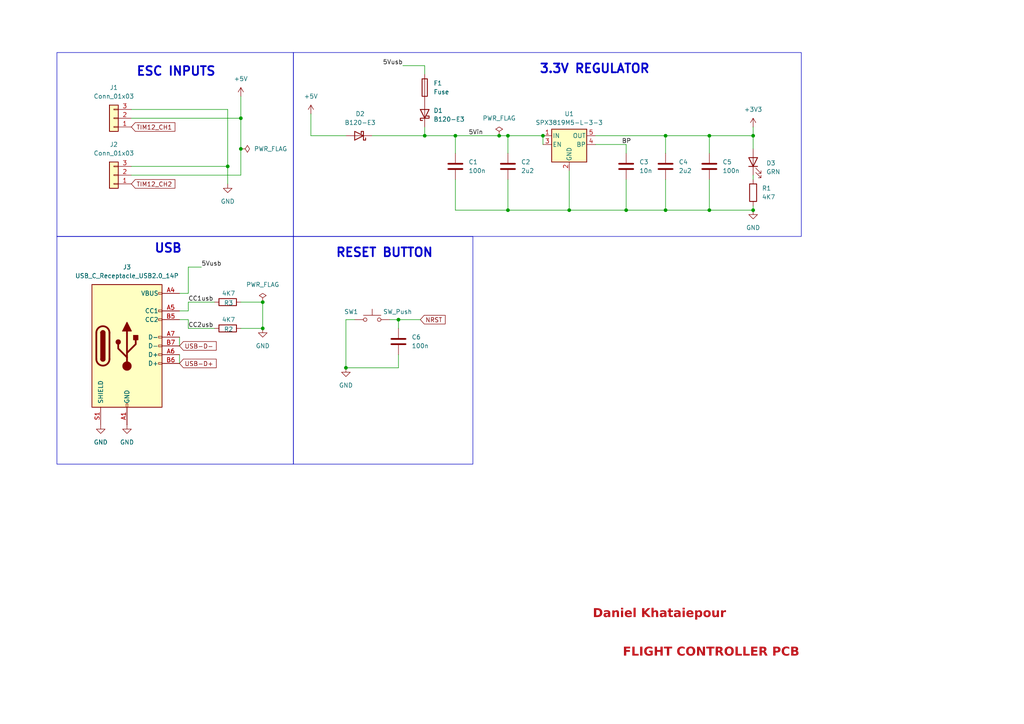
<source format=kicad_sch>
(kicad_sch
	(version 20231120)
	(generator "eeschema")
	(generator_version "8.0")
	(uuid "9949995a-e338-484b-87db-7ebe96101aca")
	(paper "A4")
	(title_block
		(date "2025-09-02")
	)
	(lib_symbols
		(symbol "Connector:USB_C_Receptacle_USB2.0_14P"
			(pin_names
				(offset 1.016)
			)
			(exclude_from_sim no)
			(in_bom yes)
			(on_board yes)
			(property "Reference" "J"
				(at 0 22.225 0)
				(effects
					(font
						(size 1.27 1.27)
					)
				)
			)
			(property "Value" "USB_C_Receptacle_USB2.0_14P"
				(at 0 19.685 0)
				(effects
					(font
						(size 1.27 1.27)
					)
				)
			)
			(property "Footprint" ""
				(at 3.81 0 0)
				(effects
					(font
						(size 1.27 1.27)
					)
					(hide yes)
				)
			)
			(property "Datasheet" "https://www.usb.org/sites/default/files/documents/usb_type-c.zip"
				(at 3.81 0 0)
				(effects
					(font
						(size 1.27 1.27)
					)
					(hide yes)
				)
			)
			(property "Description" "USB 2.0-only 14P Type-C Receptacle connector"
				(at 0 0 0)
				(effects
					(font
						(size 1.27 1.27)
					)
					(hide yes)
				)
			)
			(property "ki_keywords" "usb universal serial bus type-C USB2.0"
				(at 0 0 0)
				(effects
					(font
						(size 1.27 1.27)
					)
					(hide yes)
				)
			)
			(property "ki_fp_filters" "USB*C*Receptacle*"
				(at 0 0 0)
				(effects
					(font
						(size 1.27 1.27)
					)
					(hide yes)
				)
			)
			(symbol "USB_C_Receptacle_USB2.0_14P_0_0"
				(rectangle
					(start -0.254 -17.78)
					(end 0.254 -16.764)
					(stroke
						(width 0)
						(type default)
					)
					(fill
						(type none)
					)
				)
				(rectangle
					(start 10.16 -4.826)
					(end 9.144 -5.334)
					(stroke
						(width 0)
						(type default)
					)
					(fill
						(type none)
					)
				)
				(rectangle
					(start 10.16 -2.286)
					(end 9.144 -2.794)
					(stroke
						(width 0)
						(type default)
					)
					(fill
						(type none)
					)
				)
				(rectangle
					(start 10.16 0.254)
					(end 9.144 -0.254)
					(stroke
						(width 0)
						(type default)
					)
					(fill
						(type none)
					)
				)
				(rectangle
					(start 10.16 2.794)
					(end 9.144 2.286)
					(stroke
						(width 0)
						(type default)
					)
					(fill
						(type none)
					)
				)
				(rectangle
					(start 10.16 7.874)
					(end 9.144 7.366)
					(stroke
						(width 0)
						(type default)
					)
					(fill
						(type none)
					)
				)
				(rectangle
					(start 10.16 10.414)
					(end 9.144 9.906)
					(stroke
						(width 0)
						(type default)
					)
					(fill
						(type none)
					)
				)
				(rectangle
					(start 10.16 15.494)
					(end 9.144 14.986)
					(stroke
						(width 0)
						(type default)
					)
					(fill
						(type none)
					)
				)
			)
			(symbol "USB_C_Receptacle_USB2.0_14P_0_1"
				(rectangle
					(start -10.16 17.78)
					(end 10.16 -17.78)
					(stroke
						(width 0.254)
						(type default)
					)
					(fill
						(type background)
					)
				)
				(arc
					(start -8.89 -3.81)
					(mid -6.985 -5.7067)
					(end -5.08 -3.81)
					(stroke
						(width 0.508)
						(type default)
					)
					(fill
						(type none)
					)
				)
				(arc
					(start -7.62 -3.81)
					(mid -6.985 -4.4423)
					(end -6.35 -3.81)
					(stroke
						(width 0.254)
						(type default)
					)
					(fill
						(type none)
					)
				)
				(arc
					(start -7.62 -3.81)
					(mid -6.985 -4.4423)
					(end -6.35 -3.81)
					(stroke
						(width 0.254)
						(type default)
					)
					(fill
						(type outline)
					)
				)
				(rectangle
					(start -7.62 -3.81)
					(end -6.35 3.81)
					(stroke
						(width 0.254)
						(type default)
					)
					(fill
						(type outline)
					)
				)
				(arc
					(start -6.35 3.81)
					(mid -6.985 4.4423)
					(end -7.62 3.81)
					(stroke
						(width 0.254)
						(type default)
					)
					(fill
						(type none)
					)
				)
				(arc
					(start -6.35 3.81)
					(mid -6.985 4.4423)
					(end -7.62 3.81)
					(stroke
						(width 0.254)
						(type default)
					)
					(fill
						(type outline)
					)
				)
				(arc
					(start -5.08 3.81)
					(mid -6.985 5.7067)
					(end -8.89 3.81)
					(stroke
						(width 0.508)
						(type default)
					)
					(fill
						(type none)
					)
				)
				(circle
					(center -2.54 1.143)
					(radius 0.635)
					(stroke
						(width 0.254)
						(type default)
					)
					(fill
						(type outline)
					)
				)
				(circle
					(center 0 -5.842)
					(radius 1.27)
					(stroke
						(width 0)
						(type default)
					)
					(fill
						(type outline)
					)
				)
				(polyline
					(pts
						(xy -8.89 -3.81) (xy -8.89 3.81)
					)
					(stroke
						(width 0.508)
						(type default)
					)
					(fill
						(type none)
					)
				)
				(polyline
					(pts
						(xy -5.08 3.81) (xy -5.08 -3.81)
					)
					(stroke
						(width 0.508)
						(type default)
					)
					(fill
						(type none)
					)
				)
				(polyline
					(pts
						(xy 0 -5.842) (xy 0 4.318)
					)
					(stroke
						(width 0.508)
						(type default)
					)
					(fill
						(type none)
					)
				)
				(polyline
					(pts
						(xy 0 -3.302) (xy -2.54 -0.762) (xy -2.54 0.508)
					)
					(stroke
						(width 0.508)
						(type default)
					)
					(fill
						(type none)
					)
				)
				(polyline
					(pts
						(xy 0 -2.032) (xy 2.54 0.508) (xy 2.54 1.778)
					)
					(stroke
						(width 0.508)
						(type default)
					)
					(fill
						(type none)
					)
				)
				(polyline
					(pts
						(xy -1.27 4.318) (xy 0 6.858) (xy 1.27 4.318) (xy -1.27 4.318)
					)
					(stroke
						(width 0.254)
						(type default)
					)
					(fill
						(type outline)
					)
				)
				(rectangle
					(start 1.905 1.778)
					(end 3.175 3.048)
					(stroke
						(width 0.254)
						(type default)
					)
					(fill
						(type outline)
					)
				)
			)
			(symbol "USB_C_Receptacle_USB2.0_14P_1_1"
				(pin passive line
					(at 0 -22.86 90)
					(length 5.08)
					(name "GND"
						(effects
							(font
								(size 1.27 1.27)
							)
						)
					)
					(number "A1"
						(effects
							(font
								(size 1.27 1.27)
							)
						)
					)
				)
				(pin passive line
					(at 0 -22.86 90)
					(length 5.08) hide
					(name "GND"
						(effects
							(font
								(size 1.27 1.27)
							)
						)
					)
					(number "A12"
						(effects
							(font
								(size 1.27 1.27)
							)
						)
					)
				)
				(pin passive line
					(at 15.24 15.24 180)
					(length 5.08)
					(name "VBUS"
						(effects
							(font
								(size 1.27 1.27)
							)
						)
					)
					(number "A4"
						(effects
							(font
								(size 1.27 1.27)
							)
						)
					)
				)
				(pin bidirectional line
					(at 15.24 10.16 180)
					(length 5.08)
					(name "CC1"
						(effects
							(font
								(size 1.27 1.27)
							)
						)
					)
					(number "A5"
						(effects
							(font
								(size 1.27 1.27)
							)
						)
					)
				)
				(pin bidirectional line
					(at 15.24 -2.54 180)
					(length 5.08)
					(name "D+"
						(effects
							(font
								(size 1.27 1.27)
							)
						)
					)
					(number "A6"
						(effects
							(font
								(size 1.27 1.27)
							)
						)
					)
				)
				(pin bidirectional line
					(at 15.24 2.54 180)
					(length 5.08)
					(name "D-"
						(effects
							(font
								(size 1.27 1.27)
							)
						)
					)
					(number "A7"
						(effects
							(font
								(size 1.27 1.27)
							)
						)
					)
				)
				(pin passive line
					(at 15.24 15.24 180)
					(length 5.08) hide
					(name "VBUS"
						(effects
							(font
								(size 1.27 1.27)
							)
						)
					)
					(number "A9"
						(effects
							(font
								(size 1.27 1.27)
							)
						)
					)
				)
				(pin passive line
					(at 0 -22.86 90)
					(length 5.08) hide
					(name "GND"
						(effects
							(font
								(size 1.27 1.27)
							)
						)
					)
					(number "B1"
						(effects
							(font
								(size 1.27 1.27)
							)
						)
					)
				)
				(pin passive line
					(at 0 -22.86 90)
					(length 5.08) hide
					(name "GND"
						(effects
							(font
								(size 1.27 1.27)
							)
						)
					)
					(number "B12"
						(effects
							(font
								(size 1.27 1.27)
							)
						)
					)
				)
				(pin passive line
					(at 15.24 15.24 180)
					(length 5.08) hide
					(name "VBUS"
						(effects
							(font
								(size 1.27 1.27)
							)
						)
					)
					(number "B4"
						(effects
							(font
								(size 1.27 1.27)
							)
						)
					)
				)
				(pin bidirectional line
					(at 15.24 7.62 180)
					(length 5.08)
					(name "CC2"
						(effects
							(font
								(size 1.27 1.27)
							)
						)
					)
					(number "B5"
						(effects
							(font
								(size 1.27 1.27)
							)
						)
					)
				)
				(pin bidirectional line
					(at 15.24 -5.08 180)
					(length 5.08)
					(name "D+"
						(effects
							(font
								(size 1.27 1.27)
							)
						)
					)
					(number "B6"
						(effects
							(font
								(size 1.27 1.27)
							)
						)
					)
				)
				(pin bidirectional line
					(at 15.24 0 180)
					(length 5.08)
					(name "D-"
						(effects
							(font
								(size 1.27 1.27)
							)
						)
					)
					(number "B7"
						(effects
							(font
								(size 1.27 1.27)
							)
						)
					)
				)
				(pin passive line
					(at 15.24 15.24 180)
					(length 5.08) hide
					(name "VBUS"
						(effects
							(font
								(size 1.27 1.27)
							)
						)
					)
					(number "B9"
						(effects
							(font
								(size 1.27 1.27)
							)
						)
					)
				)
				(pin passive line
					(at -7.62 -22.86 90)
					(length 5.08)
					(name "SHIELD"
						(effects
							(font
								(size 1.27 1.27)
							)
						)
					)
					(number "S1"
						(effects
							(font
								(size 1.27 1.27)
							)
						)
					)
				)
			)
		)
		(symbol "Connector_Generic:Conn_01x03"
			(pin_names
				(offset 1.016) hide)
			(exclude_from_sim no)
			(in_bom yes)
			(on_board yes)
			(property "Reference" "J"
				(at 0 5.08 0)
				(effects
					(font
						(size 1.27 1.27)
					)
				)
			)
			(property "Value" "Conn_01x03"
				(at 0 -5.08 0)
				(effects
					(font
						(size 1.27 1.27)
					)
				)
			)
			(property "Footprint" ""
				(at 0 0 0)
				(effects
					(font
						(size 1.27 1.27)
					)
					(hide yes)
				)
			)
			(property "Datasheet" "~"
				(at 0 0 0)
				(effects
					(font
						(size 1.27 1.27)
					)
					(hide yes)
				)
			)
			(property "Description" "Generic connector, single row, 01x03, script generated (kicad-library-utils/schlib/autogen/connector/)"
				(at 0 0 0)
				(effects
					(font
						(size 1.27 1.27)
					)
					(hide yes)
				)
			)
			(property "ki_keywords" "connector"
				(at 0 0 0)
				(effects
					(font
						(size 1.27 1.27)
					)
					(hide yes)
				)
			)
			(property "ki_fp_filters" "Connector*:*_1x??_*"
				(at 0 0 0)
				(effects
					(font
						(size 1.27 1.27)
					)
					(hide yes)
				)
			)
			(symbol "Conn_01x03_1_1"
				(rectangle
					(start -1.27 -2.413)
					(end 0 -2.667)
					(stroke
						(width 0.1524)
						(type default)
					)
					(fill
						(type none)
					)
				)
				(rectangle
					(start -1.27 0.127)
					(end 0 -0.127)
					(stroke
						(width 0.1524)
						(type default)
					)
					(fill
						(type none)
					)
				)
				(rectangle
					(start -1.27 2.667)
					(end 0 2.413)
					(stroke
						(width 0.1524)
						(type default)
					)
					(fill
						(type none)
					)
				)
				(rectangle
					(start -1.27 3.81)
					(end 1.27 -3.81)
					(stroke
						(width 0.254)
						(type default)
					)
					(fill
						(type background)
					)
				)
				(pin passive line
					(at -5.08 2.54 0)
					(length 3.81)
					(name "Pin_1"
						(effects
							(font
								(size 1.27 1.27)
							)
						)
					)
					(number "1"
						(effects
							(font
								(size 1.27 1.27)
							)
						)
					)
				)
				(pin passive line
					(at -5.08 0 0)
					(length 3.81)
					(name "Pin_2"
						(effects
							(font
								(size 1.27 1.27)
							)
						)
					)
					(number "2"
						(effects
							(font
								(size 1.27 1.27)
							)
						)
					)
				)
				(pin passive line
					(at -5.08 -2.54 0)
					(length 3.81)
					(name "Pin_3"
						(effects
							(font
								(size 1.27 1.27)
							)
						)
					)
					(number "3"
						(effects
							(font
								(size 1.27 1.27)
							)
						)
					)
				)
			)
		)
		(symbol "Device:C"
			(pin_numbers hide)
			(pin_names
				(offset 0.254)
			)
			(exclude_from_sim no)
			(in_bom yes)
			(on_board yes)
			(property "Reference" "C"
				(at 0.635 2.54 0)
				(effects
					(font
						(size 1.27 1.27)
					)
					(justify left)
				)
			)
			(property "Value" "C"
				(at 0.635 -2.54 0)
				(effects
					(font
						(size 1.27 1.27)
					)
					(justify left)
				)
			)
			(property "Footprint" ""
				(at 0.9652 -3.81 0)
				(effects
					(font
						(size 1.27 1.27)
					)
					(hide yes)
				)
			)
			(property "Datasheet" "~"
				(at 0 0 0)
				(effects
					(font
						(size 1.27 1.27)
					)
					(hide yes)
				)
			)
			(property "Description" "Unpolarized capacitor"
				(at 0 0 0)
				(effects
					(font
						(size 1.27 1.27)
					)
					(hide yes)
				)
			)
			(property "ki_keywords" "cap capacitor"
				(at 0 0 0)
				(effects
					(font
						(size 1.27 1.27)
					)
					(hide yes)
				)
			)
			(property "ki_fp_filters" "C_*"
				(at 0 0 0)
				(effects
					(font
						(size 1.27 1.27)
					)
					(hide yes)
				)
			)
			(symbol "C_0_1"
				(polyline
					(pts
						(xy -2.032 -0.762) (xy 2.032 -0.762)
					)
					(stroke
						(width 0.508)
						(type default)
					)
					(fill
						(type none)
					)
				)
				(polyline
					(pts
						(xy -2.032 0.762) (xy 2.032 0.762)
					)
					(stroke
						(width 0.508)
						(type default)
					)
					(fill
						(type none)
					)
				)
			)
			(symbol "C_1_1"
				(pin passive line
					(at 0 3.81 270)
					(length 2.794)
					(name "~"
						(effects
							(font
								(size 1.27 1.27)
							)
						)
					)
					(number "1"
						(effects
							(font
								(size 1.27 1.27)
							)
						)
					)
				)
				(pin passive line
					(at 0 -3.81 90)
					(length 2.794)
					(name "~"
						(effects
							(font
								(size 1.27 1.27)
							)
						)
					)
					(number "2"
						(effects
							(font
								(size 1.27 1.27)
							)
						)
					)
				)
			)
		)
		(symbol "Device:Fuse"
			(pin_numbers hide)
			(pin_names
				(offset 0)
			)
			(exclude_from_sim no)
			(in_bom yes)
			(on_board yes)
			(property "Reference" "F"
				(at 2.032 0 90)
				(effects
					(font
						(size 1.27 1.27)
					)
				)
			)
			(property "Value" "Fuse"
				(at -1.905 0 90)
				(effects
					(font
						(size 1.27 1.27)
					)
				)
			)
			(property "Footprint" ""
				(at -1.778 0 90)
				(effects
					(font
						(size 1.27 1.27)
					)
					(hide yes)
				)
			)
			(property "Datasheet" "~"
				(at 0 0 0)
				(effects
					(font
						(size 1.27 1.27)
					)
					(hide yes)
				)
			)
			(property "Description" "Fuse"
				(at 0 0 0)
				(effects
					(font
						(size 1.27 1.27)
					)
					(hide yes)
				)
			)
			(property "ki_keywords" "fuse"
				(at 0 0 0)
				(effects
					(font
						(size 1.27 1.27)
					)
					(hide yes)
				)
			)
			(property "ki_fp_filters" "*Fuse*"
				(at 0 0 0)
				(effects
					(font
						(size 1.27 1.27)
					)
					(hide yes)
				)
			)
			(symbol "Fuse_0_1"
				(rectangle
					(start -0.762 -2.54)
					(end 0.762 2.54)
					(stroke
						(width 0.254)
						(type default)
					)
					(fill
						(type none)
					)
				)
				(polyline
					(pts
						(xy 0 2.54) (xy 0 -2.54)
					)
					(stroke
						(width 0)
						(type default)
					)
					(fill
						(type none)
					)
				)
			)
			(symbol "Fuse_1_1"
				(pin passive line
					(at 0 3.81 270)
					(length 1.27)
					(name "~"
						(effects
							(font
								(size 1.27 1.27)
							)
						)
					)
					(number "1"
						(effects
							(font
								(size 1.27 1.27)
							)
						)
					)
				)
				(pin passive line
					(at 0 -3.81 90)
					(length 1.27)
					(name "~"
						(effects
							(font
								(size 1.27 1.27)
							)
						)
					)
					(number "2"
						(effects
							(font
								(size 1.27 1.27)
							)
						)
					)
				)
			)
		)
		(symbol "Device:LED"
			(pin_numbers hide)
			(pin_names
				(offset 1.016) hide)
			(exclude_from_sim no)
			(in_bom yes)
			(on_board yes)
			(property "Reference" "D"
				(at 0 2.54 0)
				(effects
					(font
						(size 1.27 1.27)
					)
				)
			)
			(property "Value" "LED"
				(at 0 -2.54 0)
				(effects
					(font
						(size 1.27 1.27)
					)
				)
			)
			(property "Footprint" ""
				(at 0 0 0)
				(effects
					(font
						(size 1.27 1.27)
					)
					(hide yes)
				)
			)
			(property "Datasheet" "~"
				(at 0 0 0)
				(effects
					(font
						(size 1.27 1.27)
					)
					(hide yes)
				)
			)
			(property "Description" "Light emitting diode"
				(at 0 0 0)
				(effects
					(font
						(size 1.27 1.27)
					)
					(hide yes)
				)
			)
			(property "ki_keywords" "LED diode"
				(at 0 0 0)
				(effects
					(font
						(size 1.27 1.27)
					)
					(hide yes)
				)
			)
			(property "ki_fp_filters" "LED* LED_SMD:* LED_THT:*"
				(at 0 0 0)
				(effects
					(font
						(size 1.27 1.27)
					)
					(hide yes)
				)
			)
			(symbol "LED_0_1"
				(polyline
					(pts
						(xy -1.27 -1.27) (xy -1.27 1.27)
					)
					(stroke
						(width 0.254)
						(type default)
					)
					(fill
						(type none)
					)
				)
				(polyline
					(pts
						(xy -1.27 0) (xy 1.27 0)
					)
					(stroke
						(width 0)
						(type default)
					)
					(fill
						(type none)
					)
				)
				(polyline
					(pts
						(xy 1.27 -1.27) (xy 1.27 1.27) (xy -1.27 0) (xy 1.27 -1.27)
					)
					(stroke
						(width 0.254)
						(type default)
					)
					(fill
						(type none)
					)
				)
				(polyline
					(pts
						(xy -3.048 -0.762) (xy -4.572 -2.286) (xy -3.81 -2.286) (xy -4.572 -2.286) (xy -4.572 -1.524)
					)
					(stroke
						(width 0)
						(type default)
					)
					(fill
						(type none)
					)
				)
				(polyline
					(pts
						(xy -1.778 -0.762) (xy -3.302 -2.286) (xy -2.54 -2.286) (xy -3.302 -2.286) (xy -3.302 -1.524)
					)
					(stroke
						(width 0)
						(type default)
					)
					(fill
						(type none)
					)
				)
			)
			(symbol "LED_1_1"
				(pin passive line
					(at -3.81 0 0)
					(length 2.54)
					(name "K"
						(effects
							(font
								(size 1.27 1.27)
							)
						)
					)
					(number "1"
						(effects
							(font
								(size 1.27 1.27)
							)
						)
					)
				)
				(pin passive line
					(at 3.81 0 180)
					(length 2.54)
					(name "A"
						(effects
							(font
								(size 1.27 1.27)
							)
						)
					)
					(number "2"
						(effects
							(font
								(size 1.27 1.27)
							)
						)
					)
				)
			)
		)
		(symbol "Device:R"
			(pin_numbers hide)
			(pin_names
				(offset 0)
			)
			(exclude_from_sim no)
			(in_bom yes)
			(on_board yes)
			(property "Reference" "R"
				(at 2.032 0 90)
				(effects
					(font
						(size 1.27 1.27)
					)
				)
			)
			(property "Value" "R"
				(at 0 0 90)
				(effects
					(font
						(size 1.27 1.27)
					)
				)
			)
			(property "Footprint" ""
				(at -1.778 0 90)
				(effects
					(font
						(size 1.27 1.27)
					)
					(hide yes)
				)
			)
			(property "Datasheet" "~"
				(at 0 0 0)
				(effects
					(font
						(size 1.27 1.27)
					)
					(hide yes)
				)
			)
			(property "Description" "Resistor"
				(at 0 0 0)
				(effects
					(font
						(size 1.27 1.27)
					)
					(hide yes)
				)
			)
			(property "ki_keywords" "R res resistor"
				(at 0 0 0)
				(effects
					(font
						(size 1.27 1.27)
					)
					(hide yes)
				)
			)
			(property "ki_fp_filters" "R_*"
				(at 0 0 0)
				(effects
					(font
						(size 1.27 1.27)
					)
					(hide yes)
				)
			)
			(symbol "R_0_1"
				(rectangle
					(start -1.016 -2.54)
					(end 1.016 2.54)
					(stroke
						(width 0.254)
						(type default)
					)
					(fill
						(type none)
					)
				)
			)
			(symbol "R_1_1"
				(pin passive line
					(at 0 3.81 270)
					(length 1.27)
					(name "~"
						(effects
							(font
								(size 1.27 1.27)
							)
						)
					)
					(number "1"
						(effects
							(font
								(size 1.27 1.27)
							)
						)
					)
				)
				(pin passive line
					(at 0 -3.81 90)
					(length 1.27)
					(name "~"
						(effects
							(font
								(size 1.27 1.27)
							)
						)
					)
					(number "2"
						(effects
							(font
								(size 1.27 1.27)
							)
						)
					)
				)
			)
		)
		(symbol "Diode:B120-E3"
			(pin_numbers hide)
			(pin_names hide)
			(exclude_from_sim no)
			(in_bom yes)
			(on_board yes)
			(property "Reference" "D"
				(at 0 2.54 0)
				(effects
					(font
						(size 1.27 1.27)
					)
				)
			)
			(property "Value" "B120-E3"
				(at 0 -2.54 0)
				(effects
					(font
						(size 1.27 1.27)
					)
				)
			)
			(property "Footprint" "Diode_SMD:D_SMA"
				(at 0 -4.445 0)
				(effects
					(font
						(size 1.27 1.27)
					)
					(hide yes)
				)
			)
			(property "Datasheet" "http://www.vishay.com/docs/88946/b120.pdf"
				(at 0 0 0)
				(effects
					(font
						(size 1.27 1.27)
					)
					(hide yes)
				)
			)
			(property "Description" "20V 1A Schottky Barrier Rectifier Diode, SMA(DO-214AC)"
				(at 0 0 0)
				(effects
					(font
						(size 1.27 1.27)
					)
					(hide yes)
				)
			)
			(property "ki_keywords" "diode Schottky"
				(at 0 0 0)
				(effects
					(font
						(size 1.27 1.27)
					)
					(hide yes)
				)
			)
			(property "ki_fp_filters" "D*SMA*"
				(at 0 0 0)
				(effects
					(font
						(size 1.27 1.27)
					)
					(hide yes)
				)
			)
			(symbol "B120-E3_0_1"
				(polyline
					(pts
						(xy 1.27 0) (xy -1.27 0)
					)
					(stroke
						(width 0)
						(type default)
					)
					(fill
						(type none)
					)
				)
				(polyline
					(pts
						(xy 1.27 1.27) (xy 1.27 -1.27) (xy -1.27 0) (xy 1.27 1.27)
					)
					(stroke
						(width 0.254)
						(type default)
					)
					(fill
						(type none)
					)
				)
				(polyline
					(pts
						(xy -1.905 0.635) (xy -1.905 1.27) (xy -1.27 1.27) (xy -1.27 -1.27) (xy -0.635 -1.27) (xy -0.635 -0.635)
					)
					(stroke
						(width 0.254)
						(type default)
					)
					(fill
						(type none)
					)
				)
			)
			(symbol "B120-E3_1_1"
				(pin passive line
					(at -3.81 0 0)
					(length 2.54)
					(name "K"
						(effects
							(font
								(size 1.27 1.27)
							)
						)
					)
					(number "1"
						(effects
							(font
								(size 1.27 1.27)
							)
						)
					)
				)
				(pin passive line
					(at 3.81 0 180)
					(length 2.54)
					(name "A"
						(effects
							(font
								(size 1.27 1.27)
							)
						)
					)
					(number "2"
						(effects
							(font
								(size 1.27 1.27)
							)
						)
					)
				)
			)
		)
		(symbol "Regulator_Linear:SPX3819M5-L-3-3"
			(pin_names
				(offset 0.254)
			)
			(exclude_from_sim no)
			(in_bom yes)
			(on_board yes)
			(property "Reference" "U"
				(at -3.81 5.715 0)
				(effects
					(font
						(size 1.27 1.27)
					)
				)
			)
			(property "Value" "SPX3819M5-L-3-3"
				(at 0 5.715 0)
				(effects
					(font
						(size 1.27 1.27)
					)
					(justify left)
				)
			)
			(property "Footprint" "Package_TO_SOT_SMD:SOT-23-5"
				(at 0 8.255 0)
				(effects
					(font
						(size 1.27 1.27)
					)
					(hide yes)
				)
			)
			(property "Datasheet" "https://www.exar.com/content/document.ashx?id=22106&languageid=1033&type=Datasheet&partnumber=SPX3819&filename=SPX3819.pdf&part=SPX3819"
				(at 0 0 0)
				(effects
					(font
						(size 1.27 1.27)
					)
					(hide yes)
				)
			)
			(property "Description" "500mA Low drop-out regulator, Fixed Output 3.3V, SOT-23-5"
				(at 0 0 0)
				(effects
					(font
						(size 1.27 1.27)
					)
					(hide yes)
				)
			)
			(property "ki_keywords" "REGULATOR LDO 3.3V"
				(at 0 0 0)
				(effects
					(font
						(size 1.27 1.27)
					)
					(hide yes)
				)
			)
			(property "ki_fp_filters" "SOT?23*"
				(at 0 0 0)
				(effects
					(font
						(size 1.27 1.27)
					)
					(hide yes)
				)
			)
			(symbol "SPX3819M5-L-3-3_0_1"
				(rectangle
					(start -5.08 4.445)
					(end 5.08 -5.08)
					(stroke
						(width 0.254)
						(type default)
					)
					(fill
						(type background)
					)
				)
			)
			(symbol "SPX3819M5-L-3-3_1_1"
				(pin power_in line
					(at -7.62 2.54 0)
					(length 2.54)
					(name "IN"
						(effects
							(font
								(size 1.27 1.27)
							)
						)
					)
					(number "1"
						(effects
							(font
								(size 1.27 1.27)
							)
						)
					)
				)
				(pin power_in line
					(at 0 -7.62 90)
					(length 2.54)
					(name "GND"
						(effects
							(font
								(size 1.27 1.27)
							)
						)
					)
					(number "2"
						(effects
							(font
								(size 1.27 1.27)
							)
						)
					)
				)
				(pin input line
					(at -7.62 0 0)
					(length 2.54)
					(name "EN"
						(effects
							(font
								(size 1.27 1.27)
							)
						)
					)
					(number "3"
						(effects
							(font
								(size 1.27 1.27)
							)
						)
					)
				)
				(pin input line
					(at 7.62 0 180)
					(length 2.54)
					(name "BP"
						(effects
							(font
								(size 1.27 1.27)
							)
						)
					)
					(number "4"
						(effects
							(font
								(size 1.27 1.27)
							)
						)
					)
				)
				(pin power_out line
					(at 7.62 2.54 180)
					(length 2.54)
					(name "OUT"
						(effects
							(font
								(size 1.27 1.27)
							)
						)
					)
					(number "5"
						(effects
							(font
								(size 1.27 1.27)
							)
						)
					)
				)
			)
		)
		(symbol "Switch:SW_Push"
			(pin_numbers hide)
			(pin_names
				(offset 1.016) hide)
			(exclude_from_sim no)
			(in_bom yes)
			(on_board yes)
			(property "Reference" "SW"
				(at 1.27 2.54 0)
				(effects
					(font
						(size 1.27 1.27)
					)
					(justify left)
				)
			)
			(property "Value" "SW_Push"
				(at 0 -1.524 0)
				(effects
					(font
						(size 1.27 1.27)
					)
				)
			)
			(property "Footprint" ""
				(at 0 5.08 0)
				(effects
					(font
						(size 1.27 1.27)
					)
					(hide yes)
				)
			)
			(property "Datasheet" "~"
				(at 0 5.08 0)
				(effects
					(font
						(size 1.27 1.27)
					)
					(hide yes)
				)
			)
			(property "Description" "Push button switch, generic, two pins"
				(at 0 0 0)
				(effects
					(font
						(size 1.27 1.27)
					)
					(hide yes)
				)
			)
			(property "ki_keywords" "switch normally-open pushbutton push-button"
				(at 0 0 0)
				(effects
					(font
						(size 1.27 1.27)
					)
					(hide yes)
				)
			)
			(symbol "SW_Push_0_1"
				(circle
					(center -2.032 0)
					(radius 0.508)
					(stroke
						(width 0)
						(type default)
					)
					(fill
						(type none)
					)
				)
				(polyline
					(pts
						(xy 0 1.27) (xy 0 3.048)
					)
					(stroke
						(width 0)
						(type default)
					)
					(fill
						(type none)
					)
				)
				(polyline
					(pts
						(xy 2.54 1.27) (xy -2.54 1.27)
					)
					(stroke
						(width 0)
						(type default)
					)
					(fill
						(type none)
					)
				)
				(circle
					(center 2.032 0)
					(radius 0.508)
					(stroke
						(width 0)
						(type default)
					)
					(fill
						(type none)
					)
				)
				(pin passive line
					(at -5.08 0 0)
					(length 2.54)
					(name "1"
						(effects
							(font
								(size 1.27 1.27)
							)
						)
					)
					(number "1"
						(effects
							(font
								(size 1.27 1.27)
							)
						)
					)
				)
				(pin passive line
					(at 5.08 0 180)
					(length 2.54)
					(name "2"
						(effects
							(font
								(size 1.27 1.27)
							)
						)
					)
					(number "2"
						(effects
							(font
								(size 1.27 1.27)
							)
						)
					)
				)
			)
		)
		(symbol "power:+3V3"
			(power)
			(pin_numbers hide)
			(pin_names
				(offset 0) hide)
			(exclude_from_sim no)
			(in_bom yes)
			(on_board yes)
			(property "Reference" "#PWR"
				(at 0 -3.81 0)
				(effects
					(font
						(size 1.27 1.27)
					)
					(hide yes)
				)
			)
			(property "Value" "+3V3"
				(at 0 3.556 0)
				(effects
					(font
						(size 1.27 1.27)
					)
				)
			)
			(property "Footprint" ""
				(at 0 0 0)
				(effects
					(font
						(size 1.27 1.27)
					)
					(hide yes)
				)
			)
			(property "Datasheet" ""
				(at 0 0 0)
				(effects
					(font
						(size 1.27 1.27)
					)
					(hide yes)
				)
			)
			(property "Description" "Power symbol creates a global label with name \"+3V3\""
				(at 0 0 0)
				(effects
					(font
						(size 1.27 1.27)
					)
					(hide yes)
				)
			)
			(property "ki_keywords" "global power"
				(at 0 0 0)
				(effects
					(font
						(size 1.27 1.27)
					)
					(hide yes)
				)
			)
			(symbol "+3V3_0_1"
				(polyline
					(pts
						(xy -0.762 1.27) (xy 0 2.54)
					)
					(stroke
						(width 0)
						(type default)
					)
					(fill
						(type none)
					)
				)
				(polyline
					(pts
						(xy 0 0) (xy 0 2.54)
					)
					(stroke
						(width 0)
						(type default)
					)
					(fill
						(type none)
					)
				)
				(polyline
					(pts
						(xy 0 2.54) (xy 0.762 1.27)
					)
					(stroke
						(width 0)
						(type default)
					)
					(fill
						(type none)
					)
				)
			)
			(symbol "+3V3_1_1"
				(pin power_in line
					(at 0 0 90)
					(length 0)
					(name "~"
						(effects
							(font
								(size 1.27 1.27)
							)
						)
					)
					(number "1"
						(effects
							(font
								(size 1.27 1.27)
							)
						)
					)
				)
			)
		)
		(symbol "power:+5V"
			(power)
			(pin_numbers hide)
			(pin_names
				(offset 0) hide)
			(exclude_from_sim no)
			(in_bom yes)
			(on_board yes)
			(property "Reference" "#PWR"
				(at 0 -3.81 0)
				(effects
					(font
						(size 1.27 1.27)
					)
					(hide yes)
				)
			)
			(property "Value" "+5V"
				(at 0 3.556 0)
				(effects
					(font
						(size 1.27 1.27)
					)
				)
			)
			(property "Footprint" ""
				(at 0 0 0)
				(effects
					(font
						(size 1.27 1.27)
					)
					(hide yes)
				)
			)
			(property "Datasheet" ""
				(at 0 0 0)
				(effects
					(font
						(size 1.27 1.27)
					)
					(hide yes)
				)
			)
			(property "Description" "Power symbol creates a global label with name \"+5V\""
				(at 0 0 0)
				(effects
					(font
						(size 1.27 1.27)
					)
					(hide yes)
				)
			)
			(property "ki_keywords" "global power"
				(at 0 0 0)
				(effects
					(font
						(size 1.27 1.27)
					)
					(hide yes)
				)
			)
			(symbol "+5V_0_1"
				(polyline
					(pts
						(xy -0.762 1.27) (xy 0 2.54)
					)
					(stroke
						(width 0)
						(type default)
					)
					(fill
						(type none)
					)
				)
				(polyline
					(pts
						(xy 0 0) (xy 0 2.54)
					)
					(stroke
						(width 0)
						(type default)
					)
					(fill
						(type none)
					)
				)
				(polyline
					(pts
						(xy 0 2.54) (xy 0.762 1.27)
					)
					(stroke
						(width 0)
						(type default)
					)
					(fill
						(type none)
					)
				)
			)
			(symbol "+5V_1_1"
				(pin power_in line
					(at 0 0 90)
					(length 0)
					(name "~"
						(effects
							(font
								(size 1.27 1.27)
							)
						)
					)
					(number "1"
						(effects
							(font
								(size 1.27 1.27)
							)
						)
					)
				)
			)
		)
		(symbol "power:GND"
			(power)
			(pin_numbers hide)
			(pin_names
				(offset 0) hide)
			(exclude_from_sim no)
			(in_bom yes)
			(on_board yes)
			(property "Reference" "#PWR"
				(at 0 -6.35 0)
				(effects
					(font
						(size 1.27 1.27)
					)
					(hide yes)
				)
			)
			(property "Value" "GND"
				(at 0 -3.81 0)
				(effects
					(font
						(size 1.27 1.27)
					)
				)
			)
			(property "Footprint" ""
				(at 0 0 0)
				(effects
					(font
						(size 1.27 1.27)
					)
					(hide yes)
				)
			)
			(property "Datasheet" ""
				(at 0 0 0)
				(effects
					(font
						(size 1.27 1.27)
					)
					(hide yes)
				)
			)
			(property "Description" "Power symbol creates a global label with name \"GND\" , ground"
				(at 0 0 0)
				(effects
					(font
						(size 1.27 1.27)
					)
					(hide yes)
				)
			)
			(property "ki_keywords" "global power"
				(at 0 0 0)
				(effects
					(font
						(size 1.27 1.27)
					)
					(hide yes)
				)
			)
			(symbol "GND_0_1"
				(polyline
					(pts
						(xy 0 0) (xy 0 -1.27) (xy 1.27 -1.27) (xy 0 -2.54) (xy -1.27 -1.27) (xy 0 -1.27)
					)
					(stroke
						(width 0)
						(type default)
					)
					(fill
						(type none)
					)
				)
			)
			(symbol "GND_1_1"
				(pin power_in line
					(at 0 0 270)
					(length 0)
					(name "~"
						(effects
							(font
								(size 1.27 1.27)
							)
						)
					)
					(number "1"
						(effects
							(font
								(size 1.27 1.27)
							)
						)
					)
				)
			)
		)
		(symbol "power:PWR_FLAG"
			(power)
			(pin_numbers hide)
			(pin_names
				(offset 0) hide)
			(exclude_from_sim no)
			(in_bom yes)
			(on_board yes)
			(property "Reference" "#FLG"
				(at 0 1.905 0)
				(effects
					(font
						(size 1.27 1.27)
					)
					(hide yes)
				)
			)
			(property "Value" "PWR_FLAG"
				(at 0 3.81 0)
				(effects
					(font
						(size 1.27 1.27)
					)
				)
			)
			(property "Footprint" ""
				(at 0 0 0)
				(effects
					(font
						(size 1.27 1.27)
					)
					(hide yes)
				)
			)
			(property "Datasheet" "~"
				(at 0 0 0)
				(effects
					(font
						(size 1.27 1.27)
					)
					(hide yes)
				)
			)
			(property "Description" "Special symbol for telling ERC where power comes from"
				(at 0 0 0)
				(effects
					(font
						(size 1.27 1.27)
					)
					(hide yes)
				)
			)
			(property "ki_keywords" "flag power"
				(at 0 0 0)
				(effects
					(font
						(size 1.27 1.27)
					)
					(hide yes)
				)
			)
			(symbol "PWR_FLAG_0_0"
				(pin power_out line
					(at 0 0 90)
					(length 0)
					(name "~"
						(effects
							(font
								(size 1.27 1.27)
							)
						)
					)
					(number "1"
						(effects
							(font
								(size 1.27 1.27)
							)
						)
					)
				)
			)
			(symbol "PWR_FLAG_0_1"
				(polyline
					(pts
						(xy 0 0) (xy 0 1.27) (xy -1.016 1.905) (xy 0 2.54) (xy 1.016 1.905) (xy 0 1.27)
					)
					(stroke
						(width 0)
						(type default)
					)
					(fill
						(type none)
					)
				)
			)
		)
	)
	(junction
		(at 218.44 60.96)
		(diameter 0)
		(color 0 0 0 0)
		(uuid "0133cb0b-5758-4028-a7a0-2c5d2bc6d80c")
	)
	(junction
		(at 66.04 48.26)
		(diameter 0)
		(color 0 0 0 0)
		(uuid "03cfaf42-e2a9-48ca-8736-c58295e2bd7d")
	)
	(junction
		(at 100.33 106.68)
		(diameter 0)
		(color 0 0 0 0)
		(uuid "0487bc57-8e8b-4431-b636-f673ed4a7dfd")
	)
	(junction
		(at 147.32 60.96)
		(diameter 0)
		(color 0 0 0 0)
		(uuid "0bf11e50-f2de-443e-b86a-fd75bf75dfa9")
	)
	(junction
		(at 218.44 39.37)
		(diameter 0)
		(color 0 0 0 0)
		(uuid "1c6ea600-264e-4d83-94f9-f6298210cfe1")
	)
	(junction
		(at 205.74 60.96)
		(diameter 0)
		(color 0 0 0 0)
		(uuid "1e430347-4245-4929-80ba-3a174eb5701f")
	)
	(junction
		(at 157.48 39.37)
		(diameter 0)
		(color 0 0 0 0)
		(uuid "292a1882-828e-41c3-a130-879cd13d7228")
	)
	(junction
		(at 193.04 39.37)
		(diameter 0)
		(color 0 0 0 0)
		(uuid "4de0d442-355b-41c9-a654-5c8d147bedca")
	)
	(junction
		(at 76.2 87.63)
		(diameter 0)
		(color 0 0 0 0)
		(uuid "657fee67-263a-4eb2-8e5b-4062cf3e3255")
	)
	(junction
		(at 132.08 39.37)
		(diameter 0)
		(color 0 0 0 0)
		(uuid "700c066e-1143-4d4e-97b5-f24eac55e0b5")
	)
	(junction
		(at 76.2 95.25)
		(diameter 0)
		(color 0 0 0 0)
		(uuid "85275765-1618-40ee-b667-a92e39a2adae")
	)
	(junction
		(at 205.74 39.37)
		(diameter 0)
		(color 0 0 0 0)
		(uuid "88d6d46f-d549-406d-b4df-1ef0ecbface2")
	)
	(junction
		(at 123.19 39.37)
		(diameter 0)
		(color 0 0 0 0)
		(uuid "897f397d-ccfb-453a-ab0d-9420d4ddacfa")
	)
	(junction
		(at 147.32 39.37)
		(diameter 0)
		(color 0 0 0 0)
		(uuid "a7f5a319-da68-4c75-affc-fd3c1a10c2ba")
	)
	(junction
		(at 69.85 43.18)
		(diameter 0)
		(color 0 0 0 0)
		(uuid "a83da3cd-4308-41b3-9056-956accb42e84")
	)
	(junction
		(at 193.04 60.96)
		(diameter 0)
		(color 0 0 0 0)
		(uuid "dd43f25d-fa59-468b-83e0-0a6b3b387ec7")
	)
	(junction
		(at 144.78 39.37)
		(diameter 0)
		(color 0 0 0 0)
		(uuid "deeb295d-e316-4fc2-8736-d1f5d63d2cc4")
	)
	(junction
		(at 69.85 34.29)
		(diameter 0)
		(color 0 0 0 0)
		(uuid "e2d8086e-cec3-49ce-9c42-4c62b67ec882")
	)
	(junction
		(at 165.1 60.96)
		(diameter 0)
		(color 0 0 0 0)
		(uuid "e4038591-4924-4e60-853a-f82cd1562ea9")
	)
	(junction
		(at 115.57 92.71)
		(diameter 0)
		(color 0 0 0 0)
		(uuid "f9476c04-2bcd-4d64-b3ca-240b5887c717")
	)
	(junction
		(at 181.61 60.96)
		(diameter 0)
		(color 0 0 0 0)
		(uuid "fe09886d-ac21-4624-a6f7-18aa4abf5d8b")
	)
	(wire
		(pts
			(xy 54.61 95.25) (xy 62.23 95.25)
		)
		(stroke
			(width 0)
			(type default)
		)
		(uuid "07b40330-2f85-4f04-ba48-6ce6deeab23d")
	)
	(wire
		(pts
			(xy 147.32 52.07) (xy 147.32 60.96)
		)
		(stroke
			(width 0)
			(type default)
		)
		(uuid "0ae0d0a1-9cc3-4caa-82cd-3703a6e2f018")
	)
	(wire
		(pts
			(xy 123.19 39.37) (xy 123.19 36.83)
		)
		(stroke
			(width 0)
			(type default)
		)
		(uuid "0d7a9b49-ef0b-48be-a82b-3fc47789252c")
	)
	(wire
		(pts
			(xy 54.61 92.71) (xy 54.61 95.25)
		)
		(stroke
			(width 0)
			(type default)
		)
		(uuid "0dc2313f-2541-418b-a29a-0a5e27052289")
	)
	(wire
		(pts
			(xy 147.32 39.37) (xy 147.32 44.45)
		)
		(stroke
			(width 0)
			(type default)
		)
		(uuid "1154df45-9456-4bca-87c8-8d53063e4d0b")
	)
	(wire
		(pts
			(xy 113.03 92.71) (xy 115.57 92.71)
		)
		(stroke
			(width 0)
			(type default)
		)
		(uuid "14458a4d-f524-4f82-baad-9db7afc1d585")
	)
	(wire
		(pts
			(xy 181.61 41.91) (xy 181.61 44.45)
		)
		(stroke
			(width 0)
			(type default)
		)
		(uuid "1665e029-c16e-47d5-8340-65f283252ce3")
	)
	(wire
		(pts
			(xy 218.44 43.18) (xy 218.44 39.37)
		)
		(stroke
			(width 0)
			(type default)
		)
		(uuid "18d73a1b-50cf-4b64-af46-26c84ca59185")
	)
	(wire
		(pts
			(xy 147.32 39.37) (xy 157.48 39.37)
		)
		(stroke
			(width 0)
			(type default)
		)
		(uuid "1b4947c0-7e29-4775-a610-f7a432bcec9c")
	)
	(wire
		(pts
			(xy 157.48 39.37) (xy 157.48 41.91)
		)
		(stroke
			(width 0)
			(type default)
		)
		(uuid "29ef9e71-29c4-4d2f-a8e8-254519296f54")
	)
	(wire
		(pts
			(xy 54.61 87.63) (xy 62.23 87.63)
		)
		(stroke
			(width 0)
			(type default)
		)
		(uuid "2e22f9d8-0354-434e-8a7c-bfaf7cfbd9d1")
	)
	(wire
		(pts
			(xy 54.61 90.17) (xy 52.07 90.17)
		)
		(stroke
			(width 0)
			(type default)
		)
		(uuid "2f9264a0-f425-4c90-b202-9d5d5327695d")
	)
	(wire
		(pts
			(xy 115.57 106.68) (xy 115.57 102.87)
		)
		(stroke
			(width 0)
			(type default)
		)
		(uuid "329a20ea-4ba5-41c2-9dc9-76380ddb4b52")
	)
	(wire
		(pts
			(xy 76.2 87.63) (xy 76.2 95.25)
		)
		(stroke
			(width 0)
			(type default)
		)
		(uuid "3ff0d8c7-fd7c-4f9e-8467-6fd6f66ec62f")
	)
	(wire
		(pts
			(xy 100.33 106.68) (xy 115.57 106.68)
		)
		(stroke
			(width 0)
			(type default)
		)
		(uuid "41881d13-c09d-43ce-8994-b2696d9a6ca5")
	)
	(wire
		(pts
			(xy 107.95 39.37) (xy 123.19 39.37)
		)
		(stroke
			(width 0)
			(type default)
		)
		(uuid "45bd3c11-10b3-41be-8bbd-672007dd7ec4")
	)
	(wire
		(pts
			(xy 205.74 60.96) (xy 193.04 60.96)
		)
		(stroke
			(width 0)
			(type default)
		)
		(uuid "4f821d48-dea5-4c29-a739-0036ff72de47")
	)
	(wire
		(pts
			(xy 69.85 43.18) (xy 69.85 50.8)
		)
		(stroke
			(width 0)
			(type default)
		)
		(uuid "55637e32-9056-41fb-a9e6-a7b45fa86df4")
	)
	(wire
		(pts
			(xy 76.2 95.25) (xy 69.85 95.25)
		)
		(stroke
			(width 0)
			(type default)
		)
		(uuid "57d6293b-3f1b-47ff-8511-3dfcb1cd9059")
	)
	(wire
		(pts
			(xy 165.1 60.96) (xy 181.61 60.96)
		)
		(stroke
			(width 0)
			(type default)
		)
		(uuid "59bea30a-252b-4c5e-b66b-0c52bfd39f4a")
	)
	(wire
		(pts
			(xy 218.44 39.37) (xy 205.74 39.37)
		)
		(stroke
			(width 0)
			(type default)
		)
		(uuid "5a70f982-0d98-4e21-9b36-db73e2b15a54")
	)
	(wire
		(pts
			(xy 205.74 39.37) (xy 205.74 44.45)
		)
		(stroke
			(width 0)
			(type default)
		)
		(uuid "5d0939a0-9340-403c-9143-e850e358fb38")
	)
	(wire
		(pts
			(xy 205.74 39.37) (xy 193.04 39.37)
		)
		(stroke
			(width 0)
			(type default)
		)
		(uuid "611c1e24-6e25-439a-bb75-6d362fa44cae")
	)
	(wire
		(pts
			(xy 218.44 50.8) (xy 218.44 52.07)
		)
		(stroke
			(width 0)
			(type default)
		)
		(uuid "614d0f5f-5a99-47f9-b577-355b96f51446")
	)
	(wire
		(pts
			(xy 165.1 49.53) (xy 165.1 60.96)
		)
		(stroke
			(width 0)
			(type default)
		)
		(uuid "62058cae-9862-40be-b8c1-16b7b9bd4c1d")
	)
	(wire
		(pts
			(xy 123.19 19.05) (xy 123.19 21.59)
		)
		(stroke
			(width 0)
			(type default)
		)
		(uuid "62b93cd4-6703-4333-9509-3f0ec735d834")
	)
	(wire
		(pts
			(xy 38.1 48.26) (xy 66.04 48.26)
		)
		(stroke
			(width 0)
			(type default)
		)
		(uuid "6351bae0-2ae7-47b6-b7a9-ff0fba2fa7e8")
	)
	(wire
		(pts
			(xy 54.61 85.09) (xy 54.61 77.47)
		)
		(stroke
			(width 0)
			(type default)
		)
		(uuid "654de392-ae4d-475b-b5d2-ad717c97c38a")
	)
	(wire
		(pts
			(xy 115.57 92.71) (xy 115.57 95.25)
		)
		(stroke
			(width 0)
			(type default)
		)
		(uuid "67aa1e2f-ab1b-4c56-bfb6-72b1c0d03a27")
	)
	(wire
		(pts
			(xy 69.85 27.94) (xy 69.85 34.29)
		)
		(stroke
			(width 0)
			(type default)
		)
		(uuid "68a81e4c-754f-46bf-bb10-1d83b271a3a4")
	)
	(wire
		(pts
			(xy 218.44 60.96) (xy 205.74 60.96)
		)
		(stroke
			(width 0)
			(type default)
		)
		(uuid "6ce6afe4-eb24-4ec7-ad35-51702152dd2e")
	)
	(wire
		(pts
			(xy 218.44 59.69) (xy 218.44 60.96)
		)
		(stroke
			(width 0)
			(type default)
		)
		(uuid "6d7c4a14-00be-45bd-aea0-fbebffb0e755")
	)
	(wire
		(pts
			(xy 132.08 39.37) (xy 144.78 39.37)
		)
		(stroke
			(width 0)
			(type default)
		)
		(uuid "767e2348-438b-4eba-b43f-a51f5352e4c9")
	)
	(wire
		(pts
			(xy 205.74 52.07) (xy 205.74 60.96)
		)
		(stroke
			(width 0)
			(type default)
		)
		(uuid "76b5843a-f10f-4900-8bd2-a7f7d114b626")
	)
	(wire
		(pts
			(xy 54.61 90.17) (xy 54.61 87.63)
		)
		(stroke
			(width 0)
			(type default)
		)
		(uuid "7d632a06-1493-4586-847a-fa05edf701f1")
	)
	(wire
		(pts
			(xy 147.32 60.96) (xy 165.1 60.96)
		)
		(stroke
			(width 0)
			(type default)
		)
		(uuid "7da4b9b3-29d6-4cbd-827f-4d00819a9558")
	)
	(wire
		(pts
			(xy 54.61 92.71) (xy 52.07 92.71)
		)
		(stroke
			(width 0)
			(type default)
		)
		(uuid "7e9679c5-3c92-4f3d-a468-494c68664822")
	)
	(wire
		(pts
			(xy 181.61 52.07) (xy 181.61 60.96)
		)
		(stroke
			(width 0)
			(type default)
		)
		(uuid "84cb8f73-a7f4-46f0-9dbb-ae5e83f4b181")
	)
	(wire
		(pts
			(xy 172.72 39.37) (xy 193.04 39.37)
		)
		(stroke
			(width 0)
			(type default)
		)
		(uuid "8adce06d-2a18-4a07-98ba-b39e85c28b1e")
	)
	(wire
		(pts
			(xy 132.08 60.96) (xy 132.08 52.07)
		)
		(stroke
			(width 0)
			(type default)
		)
		(uuid "919c39f5-6d3d-49f7-99bd-0d2ec6bda3f9")
	)
	(wire
		(pts
			(xy 116.84 19.05) (xy 123.19 19.05)
		)
		(stroke
			(width 0)
			(type default)
		)
		(uuid "94ac6b0b-e7d1-44c6-806f-b23b38dac1b1")
	)
	(wire
		(pts
			(xy 90.17 39.37) (xy 100.33 39.37)
		)
		(stroke
			(width 0)
			(type default)
		)
		(uuid "968058ee-d82e-47b8-89d5-12bd21ee5769")
	)
	(wire
		(pts
			(xy 38.1 34.29) (xy 69.85 34.29)
		)
		(stroke
			(width 0)
			(type default)
		)
		(uuid "9f239364-8aee-427e-937b-5e0be5701044")
	)
	(wire
		(pts
			(xy 52.07 97.79) (xy 52.07 100.33)
		)
		(stroke
			(width 0)
			(type default)
		)
		(uuid "a2890d21-0480-446e-962b-4f7345924139")
	)
	(wire
		(pts
			(xy 66.04 48.26) (xy 66.04 31.75)
		)
		(stroke
			(width 0)
			(type default)
		)
		(uuid "a38527fd-83cd-4361-9db4-a2a978935a2b")
	)
	(wire
		(pts
			(xy 102.87 92.71) (xy 100.33 92.71)
		)
		(stroke
			(width 0)
			(type default)
		)
		(uuid "a5425391-28f3-4636-b626-bbc16f4eaff1")
	)
	(wire
		(pts
			(xy 193.04 60.96) (xy 181.61 60.96)
		)
		(stroke
			(width 0)
			(type default)
		)
		(uuid "acf0aa40-a0e9-4df1-ac20-c9f2cafec779")
	)
	(wire
		(pts
			(xy 100.33 92.71) (xy 100.33 106.68)
		)
		(stroke
			(width 0)
			(type default)
		)
		(uuid "af3c9b5b-0a1c-4a93-b86e-58b2a5a86ab7")
	)
	(wire
		(pts
			(xy 52.07 102.87) (xy 52.07 105.41)
		)
		(stroke
			(width 0)
			(type default)
		)
		(uuid "b118f70c-1b02-438c-a690-674acb64e0b3")
	)
	(wire
		(pts
			(xy 69.85 50.8) (xy 38.1 50.8)
		)
		(stroke
			(width 0)
			(type default)
		)
		(uuid "b21c9fc6-7df9-470b-ae4b-4cc32e145d71")
	)
	(wire
		(pts
			(xy 132.08 39.37) (xy 132.08 44.45)
		)
		(stroke
			(width 0)
			(type default)
		)
		(uuid "b9eef1ee-91bc-4418-95ba-55d3105c4473")
	)
	(wire
		(pts
			(xy 181.61 41.91) (xy 172.72 41.91)
		)
		(stroke
			(width 0)
			(type default)
		)
		(uuid "c914b2a4-4ef9-4622-bf74-8ada2567e9eb")
	)
	(wire
		(pts
			(xy 115.57 92.71) (xy 121.92 92.71)
		)
		(stroke
			(width 0)
			(type default)
		)
		(uuid "cb6f0c0a-d7d2-4a97-bef7-c6d271cce8f0")
	)
	(wire
		(pts
			(xy 147.32 60.96) (xy 132.08 60.96)
		)
		(stroke
			(width 0)
			(type default)
		)
		(uuid "d5af56b2-6bdd-4d60-b78d-4c5ccc219ba1")
	)
	(wire
		(pts
			(xy 144.78 39.37) (xy 147.32 39.37)
		)
		(stroke
			(width 0)
			(type default)
		)
		(uuid "d68f7dc3-b52b-4e3a-9a0e-d33e3372f38f")
	)
	(wire
		(pts
			(xy 69.85 34.29) (xy 69.85 43.18)
		)
		(stroke
			(width 0)
			(type default)
		)
		(uuid "d8482010-845c-4efa-945d-2f0925a3560f")
	)
	(wire
		(pts
			(xy 90.17 33.02) (xy 90.17 39.37)
		)
		(stroke
			(width 0)
			(type default)
		)
		(uuid "dba41214-87e7-486f-bb39-3b98862939f8")
	)
	(wire
		(pts
			(xy 54.61 77.47) (xy 58.42 77.47)
		)
		(stroke
			(width 0)
			(type default)
		)
		(uuid "dea59f81-9d89-41cd-a81f-d40a54fba42c")
	)
	(wire
		(pts
			(xy 123.19 39.37) (xy 132.08 39.37)
		)
		(stroke
			(width 0)
			(type default)
		)
		(uuid "e392015a-489e-4899-a27f-6a47d3abae1a")
	)
	(wire
		(pts
			(xy 193.04 39.37) (xy 193.04 44.45)
		)
		(stroke
			(width 0)
			(type default)
		)
		(uuid "ebdc9d23-9f49-4630-a84f-22c989a0f299")
	)
	(wire
		(pts
			(xy 193.04 52.07) (xy 193.04 60.96)
		)
		(stroke
			(width 0)
			(type default)
		)
		(uuid "ec687857-bfc2-4fe3-82eb-49574d21f695")
	)
	(wire
		(pts
			(xy 69.85 87.63) (xy 76.2 87.63)
		)
		(stroke
			(width 0)
			(type default)
		)
		(uuid "ece01cb9-6206-4f96-96b0-d61f9d865863")
	)
	(wire
		(pts
			(xy 66.04 31.75) (xy 38.1 31.75)
		)
		(stroke
			(width 0)
			(type default)
		)
		(uuid "f2cb4c01-17e9-4e41-9bf9-70887d0dde13")
	)
	(wire
		(pts
			(xy 66.04 48.26) (xy 66.04 53.34)
		)
		(stroke
			(width 0)
			(type default)
		)
		(uuid "f3ee2700-71a6-4b7c-8ee4-22ab24a8c279")
	)
	(wire
		(pts
			(xy 52.07 85.09) (xy 54.61 85.09)
		)
		(stroke
			(width 0)
			(type default)
		)
		(uuid "f8ee81e3-0866-45e5-95f3-d4b67baa8e16")
	)
	(wire
		(pts
			(xy 218.44 36.83) (xy 218.44 39.37)
		)
		(stroke
			(width 0)
			(type default)
		)
		(uuid "faa09dd3-7625-43a8-b0f6-6ee07c51431e")
	)
	(rectangle
		(start 16.51 68.58)
		(end 85.09 134.62)
		(stroke
			(width 0)
			(type default)
		)
		(fill
			(type none)
		)
		(uuid 4d292a6b-6def-4976-aa8d-2a70b492ecb4)
	)
	(rectangle
		(start 85.09 15.24)
		(end 232.41 68.58)
		(stroke
			(width 0)
			(type default)
		)
		(fill
			(type none)
		)
		(uuid 7726ea4b-9fda-4a81-99d2-5a1aa55a152a)
	)
	(rectangle
		(start 85.09 68.58)
		(end 137.16 134.62)
		(stroke
			(width 0)
			(type default)
		)
		(fill
			(type none)
		)
		(uuid 88820df3-33ab-4aef-bdef-c553847d9c0e)
	)
	(rectangle
		(start 16.51 15.24)
		(end 85.09 68.58)
		(stroke
			(width 0)
			(type default)
		)
		(fill
			(type none)
		)
		(uuid 93756f96-33c1-40d9-a6b2-db4c86c7d441)
	)
	(text "Daniel Khataiepour"
		(exclude_from_sim no)
		(at 191.262 178.816 0)
		(effects
			(font
				(face "Liberation Sans Narrow")
				(size 2.54 2.54)
				(bold yes)
				(italic yes)
				(color 186 17 24 1)
			)
		)
		(uuid "1e46a7bc-1241-4f58-849e-d77cbecd49c1")
	)
	(text "USB"
		(exclude_from_sim no)
		(at 48.768 72.136 0)
		(effects
			(font
				(face "KiCad Font")
				(size 2.54 2.54)
				(thickness 0.508)
				(bold yes)
			)
		)
		(uuid "1e4772d4-d38c-45a8-bfd2-fff7a609d56a")
	)
	(text "FLIGHT CONTROLLER PCB"
		(exclude_from_sim no)
		(at 206.248 189.992 0)
		(effects
			(font
				(face "Liberation Sans Narrow")
				(size 2.54 2.54)
				(bold yes)
				(italic yes)
				(color 186 17 24 1)
			)
		)
		(uuid "23ee332b-f65a-47d5-948c-09d4622979d6")
	)
	(text "ESC INPUTS"
		(exclude_from_sim no)
		(at 51.054 20.828 0)
		(effects
			(font
				(face "KiCad Font")
				(size 2.54 2.54)
				(thickness 0.508)
				(bold yes)
			)
		)
		(uuid "25d333b4-183b-4b21-9a34-78fade707dd5")
	)
	(text "3.3V REGULATOR"
		(exclude_from_sim no)
		(at 172.466 20.066 0)
		(effects
			(font
				(face "KiCad Font")
				(size 2.54 2.54)
				(thickness 0.508)
				(bold yes)
			)
		)
		(uuid "3629d510-1cb1-4e98-8a54-1c927f782f5b")
	)
	(text "RESET BUTTON"
		(exclude_from_sim no)
		(at 111.506 73.406 0)
		(effects
			(font
				(face "KiCad Font")
				(size 2.54 2.54)
				(thickness 0.508)
				(bold yes)
			)
		)
		(uuid "911fb4f8-3620-4990-a6b4-2aeceec418b2")
	)
	(label "CC1usb"
		(at 54.61 87.63 0)
		(effects
			(font
				(size 1.27 1.27)
			)
			(justify left bottom)
		)
		(uuid "2712554b-cd7b-4ac5-94cf-b01624a24460")
	)
	(label "BP"
		(at 180.34 41.91 0)
		(effects
			(font
				(size 1.27 1.27)
			)
			(justify left bottom)
		)
		(uuid "58e14f8e-575b-43aa-ae5b-bb41662ebc04")
	)
	(label "5Vusb"
		(at 116.84 19.05 180)
		(effects
			(font
				(size 1.27 1.27)
			)
			(justify right bottom)
		)
		(uuid "59f9943c-9532-4b29-93fe-7345c633a9cb")
	)
	(label "5Vusb"
		(at 58.42 77.47 0)
		(effects
			(font
				(size 1.27 1.27)
			)
			(justify left bottom)
		)
		(uuid "a5ff1337-7dd5-48e2-a220-dff30c02a51b")
	)
	(label "5Vin"
		(at 135.89 39.37 0)
		(effects
			(font
				(size 1.27 1.27)
			)
			(justify left bottom)
		)
		(uuid "caea751b-34ba-48c0-8312-53bb3b3cfd46")
	)
	(label "CC2usb"
		(at 54.61 95.25 0)
		(effects
			(font
				(size 1.27 1.27)
			)
			(justify left bottom)
		)
		(uuid "fa21d1e0-02ca-4805-bfb0-58fa81d58ff5")
	)
	(global_label "USB-D+"
		(shape input)
		(at 52.07 105.41 0)
		(fields_autoplaced yes)
		(effects
			(font
				(size 1.27 1.27)
			)
			(justify left)
		)
		(uuid "06b36ef6-f843-414e-bc2c-1ecce87eb151")
		(property "Intersheetrefs" "${INTERSHEET_REFS}"
			(at 63.28 105.41 0)
			(effects
				(font
					(size 1.27 1.27)
				)
				(justify left)
				(hide yes)
			)
		)
	)
	(global_label "USB-D-"
		(shape input)
		(at 52.07 100.33 0)
		(fields_autoplaced yes)
		(effects
			(font
				(size 1.27 1.27)
			)
			(justify left)
		)
		(uuid "1d9a4a60-8972-406a-8e44-a125d32bb368")
		(property "Intersheetrefs" "${INTERSHEET_REFS}"
			(at 63.28 100.33 0)
			(effects
				(font
					(size 1.27 1.27)
				)
				(justify left)
				(hide yes)
			)
		)
	)
	(global_label "TIM12_CH1"
		(shape input)
		(at 38.1 36.83 0)
		(fields_autoplaced yes)
		(effects
			(font
				(size 1.27 1.27)
			)
			(justify left)
		)
		(uuid "23ca9600-81f3-42bf-a685-c1c9e5ef6e9d")
		(property "Intersheetrefs" "${INTERSHEET_REFS}"
			(at 51.3056 36.83 0)
			(effects
				(font
					(size 1.27 1.27)
				)
				(justify left)
				(hide yes)
			)
		)
	)
	(global_label "NRST"
		(shape input)
		(at 121.92 92.71 0)
		(fields_autoplaced yes)
		(effects
			(font
				(size 1.27 1.27)
			)
			(justify left)
		)
		(uuid "4190bf0b-0897-4630-8709-016553984034")
		(property "Intersheetrefs" "${INTERSHEET_REFS}"
			(at 129.6828 92.71 0)
			(effects
				(font
					(size 1.27 1.27)
				)
				(justify left)
				(hide yes)
			)
		)
	)
	(global_label "TIM12_CH2"
		(shape input)
		(at 38.1 53.34 0)
		(fields_autoplaced yes)
		(effects
			(font
				(size 1.27 1.27)
			)
			(justify left)
		)
		(uuid "9945173b-62ff-4c9f-927e-bfcd1178a3d1")
		(property "Intersheetrefs" "${INTERSHEET_REFS}"
			(at 51.3056 53.34 0)
			(effects
				(font
					(size 1.27 1.27)
				)
				(justify left)
				(hide yes)
			)
		)
	)
	(symbol
		(lib_id "Device:C")
		(at 132.08 48.26 0)
		(unit 1)
		(exclude_from_sim no)
		(in_bom yes)
		(on_board yes)
		(dnp no)
		(fields_autoplaced yes)
		(uuid "00207e1c-6e83-40fe-9127-57d6786ed3b8")
		(property "Reference" "C1"
			(at 135.89 46.9899 0)
			(effects
				(font
					(size 1.27 1.27)
				)
				(justify left)
			)
		)
		(property "Value" "100n"
			(at 135.89 49.5299 0)
			(effects
				(font
					(size 1.27 1.27)
				)
				(justify left)
			)
		)
		(property "Footprint" "Capacitor_SMD:C_0402_1005Metric"
			(at 133.0452 52.07 0)
			(effects
				(font
					(size 1.27 1.27)
				)
				(hide yes)
			)
		)
		(property "Datasheet" "~"
			(at 132.08 48.26 0)
			(effects
				(font
					(size 1.27 1.27)
				)
				(hide yes)
			)
		)
		(property "Description" "Unpolarized capacitor"
			(at 132.08 48.26 0)
			(effects
				(font
					(size 1.27 1.27)
				)
				(hide yes)
			)
		)
		(pin "1"
			(uuid "e0efc151-eb41-477c-b53b-84abd47627ed")
		)
		(pin "2"
			(uuid "3149d55f-74f3-4081-9820-7a4d0b4f4438")
		)
		(instances
			(project ""
				(path "/9949995a-e338-484b-87db-7ebe96101aca"
					(reference "C1")
					(unit 1)
				)
			)
		)
	)
	(symbol
		(lib_id "power:GND")
		(at 36.83 123.19 0)
		(unit 1)
		(exclude_from_sim no)
		(in_bom yes)
		(on_board yes)
		(dnp no)
		(fields_autoplaced yes)
		(uuid "0be924a0-925b-4c5f-a06c-ac2ff6c12b17")
		(property "Reference" "#PWR7"
			(at 36.83 129.54 0)
			(effects
				(font
					(size 1.27 1.27)
				)
				(hide yes)
			)
		)
		(property "Value" "GND"
			(at 36.83 128.27 0)
			(effects
				(font
					(size 1.27 1.27)
				)
			)
		)
		(property "Footprint" ""
			(at 36.83 123.19 0)
			(effects
				(font
					(size 1.27 1.27)
				)
				(hide yes)
			)
		)
		(property "Datasheet" ""
			(at 36.83 123.19 0)
			(effects
				(font
					(size 1.27 1.27)
				)
				(hide yes)
			)
		)
		(property "Description" "Power symbol creates a global label with name \"GND\" , ground"
			(at 36.83 123.19 0)
			(effects
				(font
					(size 1.27 1.27)
				)
				(hide yes)
			)
		)
		(pin "1"
			(uuid "f424162d-a23c-4bda-8d0c-17d0dad3c9fe")
		)
		(instances
			(project ""
				(path "/9949995a-e338-484b-87db-7ebe96101aca"
					(reference "#PWR7")
					(unit 1)
				)
			)
		)
	)
	(symbol
		(lib_id "Device:Fuse")
		(at 123.19 25.4 0)
		(unit 1)
		(exclude_from_sim no)
		(in_bom yes)
		(on_board yes)
		(dnp no)
		(fields_autoplaced yes)
		(uuid "12e54441-ebc0-40e6-8506-7053554e59bc")
		(property "Reference" "F1"
			(at 125.73 24.1299 0)
			(effects
				(font
					(size 1.27 1.27)
				)
				(justify left)
			)
		)
		(property "Value" "Fuse"
			(at 125.73 26.6699 0)
			(effects
				(font
					(size 1.27 1.27)
				)
				(justify left)
			)
		)
		(property "Footprint" "Fuse:Fuse_1206_3216Metric"
			(at 121.412 25.4 90)
			(effects
				(font
					(size 1.27 1.27)
				)
				(hide yes)
			)
		)
		(property "Datasheet" "~"
			(at 123.19 25.4 0)
			(effects
				(font
					(size 1.27 1.27)
				)
				(hide yes)
			)
		)
		(property "Description" "Fuse"
			(at 123.19 25.4 0)
			(effects
				(font
					(size 1.27 1.27)
				)
				(hide yes)
			)
		)
		(pin "1"
			(uuid "9d718582-746b-4f13-8793-2c7c17ff79b7")
		)
		(pin "2"
			(uuid "ca7747cf-98e8-454a-9fd0-e14e049d14da")
		)
		(instances
			(project ""
				(path "/9949995a-e338-484b-87db-7ebe96101aca"
					(reference "F1")
					(unit 1)
				)
			)
		)
	)
	(symbol
		(lib_id "Connector:USB_C_Receptacle_USB2.0_14P")
		(at 36.83 100.33 0)
		(unit 1)
		(exclude_from_sim no)
		(in_bom yes)
		(on_board yes)
		(dnp no)
		(fields_autoplaced yes)
		(uuid "1380f2b8-f07b-407d-8594-e4be9326bec6")
		(property "Reference" "J3"
			(at 36.83 77.47 0)
			(effects
				(font
					(size 1.27 1.27)
				)
			)
		)
		(property "Value" "USB_C_Receptacle_USB2.0_14P"
			(at 36.83 80.01 0)
			(effects
				(font
					(size 1.27 1.27)
				)
			)
		)
		(property "Footprint" "Connector_USB:USB_C_Receptacle_GCT_USB4105-xx-A_16P_TopMnt_Horizontal"
			(at 40.64 100.33 0)
			(effects
				(font
					(size 1.27 1.27)
				)
				(hide yes)
			)
		)
		(property "Datasheet" "https://www.usb.org/sites/default/files/documents/usb_type-c.zip"
			(at 40.64 100.33 0)
			(effects
				(font
					(size 1.27 1.27)
				)
				(hide yes)
			)
		)
		(property "Description" "USB 2.0-only 14P Type-C Receptacle connector"
			(at 36.83 100.33 0)
			(effects
				(font
					(size 1.27 1.27)
				)
				(hide yes)
			)
		)
		(pin "A7"
			(uuid "0dddedf3-ae94-4356-9570-9660e63e9542")
		)
		(pin "B1"
			(uuid "2ae3727c-9a42-4887-a654-ba29b8f7b9f2")
		)
		(pin "B12"
			(uuid "2c8043c5-d282-4d35-9a38-c55ac66ff7d1")
		)
		(pin "B6"
			(uuid "6a43ea5d-b84c-44a4-b639-fcf864f2890b")
		)
		(pin "A4"
			(uuid "8d34ae7f-e4e5-4976-9fd4-668bb6977d73")
		)
		(pin "A6"
			(uuid "4d1b9f74-2735-41e7-89e7-70fcfb239baa")
		)
		(pin "A12"
			(uuid "d258525f-8e99-4f96-9ed7-a13958e3c1e4")
		)
		(pin "A9"
			(uuid "7c2b949d-342a-4070-954a-5445bb7ee1fa")
		)
		(pin "A1"
			(uuid "c74cb1ce-f016-4465-b429-e81712834cce")
		)
		(pin "B7"
			(uuid "31880ea9-2b69-4de9-abee-508c05e4d0b1")
		)
		(pin "B4"
			(uuid "54930fa3-7c1d-4d73-b34a-5d83a02f6c88")
		)
		(pin "S1"
			(uuid "5b66c142-0bc2-4a3e-b307-e121a4a9e369")
		)
		(pin "B9"
			(uuid "d9d5ea0d-010c-46fd-a90b-5967844afcf0")
		)
		(pin "A5"
			(uuid "7008abb9-ed95-4975-b62b-f7cab3bcfaa5")
		)
		(pin "B5"
			(uuid "200fdbaa-1b49-4ded-8e0e-971036eab917")
		)
		(instances
			(project ""
				(path "/9949995a-e338-484b-87db-7ebe96101aca"
					(reference "J3")
					(unit 1)
				)
			)
		)
	)
	(symbol
		(lib_id "Device:C")
		(at 181.61 48.26 0)
		(unit 1)
		(exclude_from_sim no)
		(in_bom yes)
		(on_board yes)
		(dnp no)
		(fields_autoplaced yes)
		(uuid "15f350f0-01c8-4294-968a-2b6e2af23076")
		(property "Reference" "C3"
			(at 185.42 46.9899 0)
			(effects
				(font
					(size 1.27 1.27)
				)
				(justify left)
			)
		)
		(property "Value" "10n"
			(at 185.42 49.5299 0)
			(effects
				(font
					(size 1.27 1.27)
				)
				(justify left)
			)
		)
		(property "Footprint" "Capacitor_SMD:C_0402_1005Metric"
			(at 182.5752 52.07 0)
			(effects
				(font
					(size 1.27 1.27)
				)
				(hide yes)
			)
		)
		(property "Datasheet" "~"
			(at 181.61 48.26 0)
			(effects
				(font
					(size 1.27 1.27)
				)
				(hide yes)
			)
		)
		(property "Description" "Unpolarized capacitor"
			(at 181.61 48.26 0)
			(effects
				(font
					(size 1.27 1.27)
				)
				(hide yes)
			)
		)
		(pin "1"
			(uuid "4023b3c2-ac10-4524-8dc7-1b05a9de1cc8")
		)
		(pin "2"
			(uuid "87d71328-72a3-4f13-b073-983854a06b69")
		)
		(instances
			(project ""
				(path "/9949995a-e338-484b-87db-7ebe96101aca"
					(reference "C3")
					(unit 1)
				)
			)
		)
	)
	(symbol
		(lib_id "power:GND")
		(at 100.33 106.68 0)
		(unit 1)
		(exclude_from_sim no)
		(in_bom yes)
		(on_board yes)
		(dnp no)
		(fields_autoplaced yes)
		(uuid "172105e3-87c3-4bbb-affd-1452ad1f5525")
		(property "Reference" "#PWR9"
			(at 100.33 113.03 0)
			(effects
				(font
					(size 1.27 1.27)
				)
				(hide yes)
			)
		)
		(property "Value" "GND"
			(at 100.33 111.76 0)
			(effects
				(font
					(size 1.27 1.27)
				)
			)
		)
		(property "Footprint" ""
			(at 100.33 106.68 0)
			(effects
				(font
					(size 1.27 1.27)
				)
				(hide yes)
			)
		)
		(property "Datasheet" ""
			(at 100.33 106.68 0)
			(effects
				(font
					(size 1.27 1.27)
				)
				(hide yes)
			)
		)
		(property "Description" "Power symbol creates a global label with name \"GND\" , ground"
			(at 100.33 106.68 0)
			(effects
				(font
					(size 1.27 1.27)
				)
				(hide yes)
			)
		)
		(pin "1"
			(uuid "78130915-fe2e-4e57-bdc0-f2e3d42761f5")
		)
		(instances
			(project ""
				(path "/9949995a-e338-484b-87db-7ebe96101aca"
					(reference "#PWR9")
					(unit 1)
				)
			)
		)
	)
	(symbol
		(lib_id "power:GND")
		(at 66.04 53.34 0)
		(unit 1)
		(exclude_from_sim no)
		(in_bom yes)
		(on_board yes)
		(dnp no)
		(fields_autoplaced yes)
		(uuid "1e1e6e3b-827f-4478-8eb3-a50f7d4d5d6e")
		(property "Reference" "#PWR2"
			(at 66.04 59.69 0)
			(effects
				(font
					(size 1.27 1.27)
				)
				(hide yes)
			)
		)
		(property "Value" "GND"
			(at 66.04 58.42 0)
			(effects
				(font
					(size 1.27 1.27)
				)
			)
		)
		(property "Footprint" ""
			(at 66.04 53.34 0)
			(effects
				(font
					(size 1.27 1.27)
				)
				(hide yes)
			)
		)
		(property "Datasheet" ""
			(at 66.04 53.34 0)
			(effects
				(font
					(size 1.27 1.27)
				)
				(hide yes)
			)
		)
		(property "Description" "Power symbol creates a global label with name \"GND\" , ground"
			(at 66.04 53.34 0)
			(effects
				(font
					(size 1.27 1.27)
				)
				(hide yes)
			)
		)
		(pin "1"
			(uuid "8eb628e2-863b-4e37-b7ad-5439c3f6ad1d")
		)
		(instances
			(project ""
				(path "/9949995a-e338-484b-87db-7ebe96101aca"
					(reference "#PWR2")
					(unit 1)
				)
			)
		)
	)
	(symbol
		(lib_id "Device:R")
		(at 218.44 55.88 0)
		(unit 1)
		(exclude_from_sim no)
		(in_bom yes)
		(on_board yes)
		(dnp no)
		(fields_autoplaced yes)
		(uuid "1fdfddd6-af0d-45cd-99b0-ff4945bc2870")
		(property "Reference" "R1"
			(at 220.98 54.6099 0)
			(effects
				(font
					(size 1.27 1.27)
				)
				(justify left)
			)
		)
		(property "Value" "4K7"
			(at 220.98 57.1499 0)
			(effects
				(font
					(size 1.27 1.27)
				)
				(justify left)
			)
		)
		(property "Footprint" "Resistor_SMD:R_0402_1005Metric"
			(at 216.662 55.88 90)
			(effects
				(font
					(size 1.27 1.27)
				)
				(hide yes)
			)
		)
		(property "Datasheet" "~"
			(at 218.44 55.88 0)
			(effects
				(font
					(size 1.27 1.27)
				)
				(hide yes)
			)
		)
		(property "Description" "Resistor"
			(at 218.44 55.88 0)
			(effects
				(font
					(size 1.27 1.27)
				)
				(hide yes)
			)
		)
		(pin "1"
			(uuid "cbb603c3-05d0-4f0c-b8c0-7c7a8fc45c9c")
		)
		(pin "2"
			(uuid "24bd4ccb-de88-40f9-a4b4-0b8c1f455116")
		)
		(instances
			(project ""
				(path "/9949995a-e338-484b-87db-7ebe96101aca"
					(reference "R1")
					(unit 1)
				)
			)
		)
	)
	(symbol
		(lib_id "power:+5V")
		(at 90.17 33.02 0)
		(unit 1)
		(exclude_from_sim no)
		(in_bom yes)
		(on_board yes)
		(dnp no)
		(fields_autoplaced yes)
		(uuid "31731726-4014-4c6e-9e5d-a14a6d3aacf8")
		(property "Reference" "#PWR3"
			(at 90.17 36.83 0)
			(effects
				(font
					(size 1.27 1.27)
				)
				(hide yes)
			)
		)
		(property "Value" "+5V"
			(at 90.17 27.94 0)
			(effects
				(font
					(size 1.27 1.27)
				)
			)
		)
		(property "Footprint" ""
			(at 90.17 33.02 0)
			(effects
				(font
					(size 1.27 1.27)
				)
				(hide yes)
			)
		)
		(property "Datasheet" ""
			(at 90.17 33.02 0)
			(effects
				(font
					(size 1.27 1.27)
				)
				(hide yes)
			)
		)
		(property "Description" "Power symbol creates a global label with name \"+5V\""
			(at 90.17 33.02 0)
			(effects
				(font
					(size 1.27 1.27)
				)
				(hide yes)
			)
		)
		(pin "1"
			(uuid "031028f2-b77f-40b1-a235-ca99532ab5b0")
		)
		(instances
			(project ""
				(path "/9949995a-e338-484b-87db-7ebe96101aca"
					(reference "#PWR3")
					(unit 1)
				)
			)
		)
	)
	(symbol
		(lib_id "Diode:B120-E3")
		(at 123.19 33.02 90)
		(unit 1)
		(exclude_from_sim no)
		(in_bom yes)
		(on_board yes)
		(dnp no)
		(fields_autoplaced yes)
		(uuid "4238dedd-bc5b-4ffe-a1ec-89f78074d72a")
		(property "Reference" "D1"
			(at 125.73 32.0674 90)
			(effects
				(font
					(size 1.27 1.27)
				)
				(justify right)
			)
		)
		(property "Value" "B120-E3"
			(at 125.73 34.6074 90)
			(effects
				(font
					(size 1.27 1.27)
				)
				(justify right)
			)
		)
		(property "Footprint" "Diode_SMD:D_0603_1608Metric"
			(at 127.635 33.02 0)
			(effects
				(font
					(size 1.27 1.27)
				)
				(hide yes)
			)
		)
		(property "Datasheet" "http://www.vishay.com/docs/88946/b120.pdf"
			(at 123.19 33.02 0)
			(effects
				(font
					(size 1.27 1.27)
				)
				(hide yes)
			)
		)
		(property "Description" "20V 1A Schottky Barrier Rectifier Diode, SMA(DO-214AC)"
			(at 123.19 33.02 0)
			(effects
				(font
					(size 1.27 1.27)
				)
				(hide yes)
			)
		)
		(pin "2"
			(uuid "9b49d924-61e3-4a8d-822e-08f5c0e49e8a")
		)
		(pin "1"
			(uuid "91c5b7cf-5390-43ef-ba84-0d408f2f8491")
		)
		(instances
			(project ""
				(path "/9949995a-e338-484b-87db-7ebe96101aca"
					(reference "D1")
					(unit 1)
				)
			)
		)
	)
	(symbol
		(lib_id "Device:C")
		(at 205.74 48.26 0)
		(unit 1)
		(exclude_from_sim no)
		(in_bom yes)
		(on_board yes)
		(dnp no)
		(fields_autoplaced yes)
		(uuid "44ab7923-8f86-425a-a6eb-a3a1d7a662ac")
		(property "Reference" "C5"
			(at 209.55 46.9899 0)
			(effects
				(font
					(size 1.27 1.27)
				)
				(justify left)
			)
		)
		(property "Value" "100n"
			(at 209.55 49.5299 0)
			(effects
				(font
					(size 1.27 1.27)
				)
				(justify left)
			)
		)
		(property "Footprint" "Capacitor_SMD:C_0402_1005Metric"
			(at 206.7052 52.07 0)
			(effects
				(font
					(size 1.27 1.27)
				)
				(hide yes)
			)
		)
		(property "Datasheet" "~"
			(at 205.74 48.26 0)
			(effects
				(font
					(size 1.27 1.27)
				)
				(hide yes)
			)
		)
		(property "Description" "Unpolarized capacitor"
			(at 205.74 48.26 0)
			(effects
				(font
					(size 1.27 1.27)
				)
				(hide yes)
			)
		)
		(pin "1"
			(uuid "fae99163-5584-44c0-b3f1-2e71d824fbc8")
		)
		(pin "2"
			(uuid "80eeeee6-a1ab-4096-8c90-6d4d2566bc0a")
		)
		(instances
			(project "Flight Controlelr"
				(path "/9949995a-e338-484b-87db-7ebe96101aca"
					(reference "C5")
					(unit 1)
				)
			)
		)
	)
	(symbol
		(lib_id "Device:R")
		(at 66.04 95.25 90)
		(unit 1)
		(exclude_from_sim no)
		(in_bom yes)
		(on_board yes)
		(dnp no)
		(uuid "534b571d-4d39-480a-9de4-7b4052374471")
		(property "Reference" "R2"
			(at 66.294 95.504 90)
			(effects
				(font
					(size 1.27 1.27)
				)
			)
		)
		(property "Value" "4K7"
			(at 66.294 92.71 90)
			(effects
				(font
					(size 1.27 1.27)
				)
			)
		)
		(property "Footprint" "Resistor_SMD:R_0402_1005Metric"
			(at 66.04 97.028 90)
			(effects
				(font
					(size 1.27 1.27)
				)
				(hide yes)
			)
		)
		(property "Datasheet" "~"
			(at 66.04 95.25 0)
			(effects
				(font
					(size 1.27 1.27)
				)
				(hide yes)
			)
		)
		(property "Description" "Resistor"
			(at 66.04 95.25 0)
			(effects
				(font
					(size 1.27 1.27)
				)
				(hide yes)
			)
		)
		(pin "2"
			(uuid "77f0fdf3-13fc-44bb-bb65-b36481a396ba")
		)
		(pin "1"
			(uuid "8e34698b-396a-4705-bc6f-24255e3f1737")
		)
		(instances
			(project "Flight Controlelr"
				(path "/9949995a-e338-484b-87db-7ebe96101aca"
					(reference "R2")
					(unit 1)
				)
			)
		)
	)
	(symbol
		(lib_id "power:GND")
		(at 76.2 95.25 0)
		(unit 1)
		(exclude_from_sim no)
		(in_bom yes)
		(on_board yes)
		(dnp no)
		(fields_autoplaced yes)
		(uuid "611bf66c-5ff7-4ab8-9d52-ede12ff0dec7")
		(property "Reference" "#PWR8"
			(at 76.2 101.6 0)
			(effects
				(font
					(size 1.27 1.27)
				)
				(hide yes)
			)
		)
		(property "Value" "GND"
			(at 76.2 100.33 0)
			(effects
				(font
					(size 1.27 1.27)
				)
			)
		)
		(property "Footprint" ""
			(at 76.2 95.25 0)
			(effects
				(font
					(size 1.27 1.27)
				)
				(hide yes)
			)
		)
		(property "Datasheet" ""
			(at 76.2 95.25 0)
			(effects
				(font
					(size 1.27 1.27)
				)
				(hide yes)
			)
		)
		(property "Description" "Power symbol creates a global label with name \"GND\" , ground"
			(at 76.2 95.25 0)
			(effects
				(font
					(size 1.27 1.27)
				)
				(hide yes)
			)
		)
		(pin "1"
			(uuid "d310139e-ade0-4355-8d59-e46663d06832")
		)
		(instances
			(project ""
				(path "/9949995a-e338-484b-87db-7ebe96101aca"
					(reference "#PWR8")
					(unit 1)
				)
			)
		)
	)
	(symbol
		(lib_id "Device:LED")
		(at 218.44 46.99 90)
		(unit 1)
		(exclude_from_sim no)
		(in_bom yes)
		(on_board yes)
		(dnp no)
		(fields_autoplaced yes)
		(uuid "6ca9b593-fb79-4558-a846-559ab4cf117a")
		(property "Reference" "D3"
			(at 222.25 47.3074 90)
			(effects
				(font
					(size 1.27 1.27)
				)
				(justify right)
			)
		)
		(property "Value" "GRN"
			(at 222.25 49.8474 90)
			(effects
				(font
					(size 1.27 1.27)
				)
				(justify right)
			)
		)
		(property "Footprint" "LED_SMD:LED_0603_1608Metric"
			(at 218.44 46.99 0)
			(effects
				(font
					(size 1.27 1.27)
				)
				(hide yes)
			)
		)
		(property "Datasheet" "~"
			(at 218.44 46.99 0)
			(effects
				(font
					(size 1.27 1.27)
				)
				(hide yes)
			)
		)
		(property "Description" "Light emitting diode"
			(at 218.44 46.99 0)
			(effects
				(font
					(size 1.27 1.27)
				)
				(hide yes)
			)
		)
		(pin "1"
			(uuid "1873a743-2fc5-4c1a-b706-bd45a6dcb36d")
		)
		(pin "2"
			(uuid "31d428bc-0a69-438e-a07a-a0bb6ca5f75a")
		)
		(instances
			(project ""
				(path "/9949995a-e338-484b-87db-7ebe96101aca"
					(reference "D3")
					(unit 1)
				)
			)
		)
	)
	(symbol
		(lib_id "power:PWR_FLAG")
		(at 76.2 87.63 0)
		(unit 1)
		(exclude_from_sim no)
		(in_bom yes)
		(on_board yes)
		(dnp no)
		(fields_autoplaced yes)
		(uuid "70da55d3-6d4f-48ab-a15d-b51f20b4a96a")
		(property "Reference" "#FLG3"
			(at 76.2 85.725 0)
			(effects
				(font
					(size 1.27 1.27)
				)
				(hide yes)
			)
		)
		(property "Value" "PWR_FLAG"
			(at 76.2 82.55 0)
			(effects
				(font
					(size 1.27 1.27)
				)
			)
		)
		(property "Footprint" ""
			(at 76.2 87.63 0)
			(effects
				(font
					(size 1.27 1.27)
				)
				(hide yes)
			)
		)
		(property "Datasheet" "~"
			(at 76.2 87.63 0)
			(effects
				(font
					(size 1.27 1.27)
				)
				(hide yes)
			)
		)
		(property "Description" "Special symbol for telling ERC where power comes from"
			(at 76.2 87.63 0)
			(effects
				(font
					(size 1.27 1.27)
				)
				(hide yes)
			)
		)
		(pin "1"
			(uuid "f36a0633-8f00-4099-8ef5-73ea8bb1627f")
		)
		(instances
			(project ""
				(path "/9949995a-e338-484b-87db-7ebe96101aca"
					(reference "#FLG3")
					(unit 1)
				)
			)
		)
	)
	(symbol
		(lib_id "power:GND")
		(at 29.21 123.19 0)
		(unit 1)
		(exclude_from_sim no)
		(in_bom yes)
		(on_board yes)
		(dnp no)
		(fields_autoplaced yes)
		(uuid "8af2f4ae-ee7f-48a3-b90b-9310187dcaef")
		(property "Reference" "#PWR6"
			(at 29.21 129.54 0)
			(effects
				(font
					(size 1.27 1.27)
				)
				(hide yes)
			)
		)
		(property "Value" "GND"
			(at 29.21 128.27 0)
			(effects
				(font
					(size 1.27 1.27)
				)
			)
		)
		(property "Footprint" ""
			(at 29.21 123.19 0)
			(effects
				(font
					(size 1.27 1.27)
				)
				(hide yes)
			)
		)
		(property "Datasheet" ""
			(at 29.21 123.19 0)
			(effects
				(font
					(size 1.27 1.27)
				)
				(hide yes)
			)
		)
		(property "Description" "Power symbol creates a global label with name \"GND\" , ground"
			(at 29.21 123.19 0)
			(effects
				(font
					(size 1.27 1.27)
				)
				(hide yes)
			)
		)
		(pin "1"
			(uuid "4dd98d3c-b3a7-49c7-96aa-0e542f1712b0")
		)
		(instances
			(project ""
				(path "/9949995a-e338-484b-87db-7ebe96101aca"
					(reference "#PWR6")
					(unit 1)
				)
			)
		)
	)
	(symbol
		(lib_id "power:PWR_FLAG")
		(at 69.85 43.18 270)
		(unit 1)
		(exclude_from_sim no)
		(in_bom yes)
		(on_board yes)
		(dnp no)
		(fields_autoplaced yes)
		(uuid "9171237e-56c3-43df-b82a-3755502671a6")
		(property "Reference" "#FLG1"
			(at 71.755 43.18 0)
			(effects
				(font
					(size 1.27 1.27)
				)
				(hide yes)
			)
		)
		(property "Value" "PWR_FLAG"
			(at 73.66 43.1799 90)
			(effects
				(font
					(size 1.27 1.27)
				)
				(justify left)
			)
		)
		(property "Footprint" ""
			(at 69.85 43.18 0)
			(effects
				(font
					(size 1.27 1.27)
				)
				(hide yes)
			)
		)
		(property "Datasheet" "~"
			(at 69.85 43.18 0)
			(effects
				(font
					(size 1.27 1.27)
				)
				(hide yes)
			)
		)
		(property "Description" "Special symbol for telling ERC where power comes from"
			(at 69.85 43.18 0)
			(effects
				(font
					(size 1.27 1.27)
				)
				(hide yes)
			)
		)
		(pin "1"
			(uuid "eb359fb6-bdc4-437b-a35a-8fd545e90ef5")
		)
		(instances
			(project ""
				(path "/9949995a-e338-484b-87db-7ebe96101aca"
					(reference "#FLG1")
					(unit 1)
				)
			)
		)
	)
	(symbol
		(lib_id "Device:C")
		(at 147.32 48.26 0)
		(unit 1)
		(exclude_from_sim no)
		(in_bom yes)
		(on_board yes)
		(dnp no)
		(fields_autoplaced yes)
		(uuid "93de84a0-6785-48c5-964f-e8777f82e301")
		(property "Reference" "C2"
			(at 151.13 46.9899 0)
			(effects
				(font
					(size 1.27 1.27)
				)
				(justify left)
			)
		)
		(property "Value" "2u2"
			(at 151.13 49.5299 0)
			(effects
				(font
					(size 1.27 1.27)
				)
				(justify left)
			)
		)
		(property "Footprint" "Capacitor_SMD:C_0603_1608Metric"
			(at 148.2852 52.07 0)
			(effects
				(font
					(size 1.27 1.27)
				)
				(hide yes)
			)
		)
		(property "Datasheet" "~"
			(at 147.32 48.26 0)
			(effects
				(font
					(size 1.27 1.27)
				)
				(hide yes)
			)
		)
		(property "Description" "Unpolarized capacitor"
			(at 147.32 48.26 0)
			(effects
				(font
					(size 1.27 1.27)
				)
				(hide yes)
			)
		)
		(pin "1"
			(uuid "f75868da-e72f-4e47-a4e7-e4b362561904")
		)
		(pin "2"
			(uuid "7a282695-b008-45af-9317-1468d4105e86")
		)
		(instances
			(project ""
				(path "/9949995a-e338-484b-87db-7ebe96101aca"
					(reference "C2")
					(unit 1)
				)
			)
		)
	)
	(symbol
		(lib_id "Switch:SW_Push")
		(at 107.95 92.71 0)
		(unit 1)
		(exclude_from_sim no)
		(in_bom yes)
		(on_board yes)
		(dnp no)
		(uuid "b5dd368c-73f4-44bc-a28c-6866ce2d6b3b")
		(property "Reference" "SW1"
			(at 101.854 90.424 0)
			(effects
				(font
					(size 1.27 1.27)
				)
			)
		)
		(property "Value" "SW_Push"
			(at 115.316 90.424 0)
			(effects
				(font
					(size 1.27 1.27)
				)
			)
		)
		(property "Footprint" "Button_Switch_THT:SW_PUSH_6mm_H5mm"
			(at 107.95 87.63 0)
			(effects
				(font
					(size 1.27 1.27)
				)
				(hide yes)
			)
		)
		(property "Datasheet" "~"
			(at 107.95 87.63 0)
			(effects
				(font
					(size 1.27 1.27)
				)
				(hide yes)
			)
		)
		(property "Description" "Push button switch, generic, two pins"
			(at 107.95 92.71 0)
			(effects
				(font
					(size 1.27 1.27)
				)
				(hide yes)
			)
		)
		(pin "2"
			(uuid "14dbd416-dea2-40f8-8d5e-400e86ef2cf5")
		)
		(pin "1"
			(uuid "a14e6580-0693-4901-8ad4-b2a90eff9b61")
		)
		(instances
			(project "Flight Controlelr"
				(path "/9949995a-e338-484b-87db-7ebe96101aca"
					(reference "SW1")
					(unit 1)
				)
			)
		)
	)
	(symbol
		(lib_id "power:+5V")
		(at 69.85 27.94 0)
		(unit 1)
		(exclude_from_sim no)
		(in_bom yes)
		(on_board yes)
		(dnp no)
		(fields_autoplaced yes)
		(uuid "cfb88e72-eb1e-4311-88f9-525d6443ab5f")
		(property "Reference" "#PWR1"
			(at 69.85 31.75 0)
			(effects
				(font
					(size 1.27 1.27)
				)
				(hide yes)
			)
		)
		(property "Value" "+5V"
			(at 69.85 22.86 0)
			(effects
				(font
					(size 1.27 1.27)
				)
			)
		)
		(property "Footprint" ""
			(at 69.85 27.94 0)
			(effects
				(font
					(size 1.27 1.27)
				)
				(hide yes)
			)
		)
		(property "Datasheet" ""
			(at 69.85 27.94 0)
			(effects
				(font
					(size 1.27 1.27)
				)
				(hide yes)
			)
		)
		(property "Description" "Power symbol creates a global label with name \"+5V\""
			(at 69.85 27.94 0)
			(effects
				(font
					(size 1.27 1.27)
				)
				(hide yes)
			)
		)
		(pin "1"
			(uuid "61540ea2-81b0-4e8e-bc58-ed16ecfa2198")
		)
		(instances
			(project ""
				(path "/9949995a-e338-484b-87db-7ebe96101aca"
					(reference "#PWR1")
					(unit 1)
				)
			)
		)
	)
	(symbol
		(lib_id "Regulator_Linear:SPX3819M5-L-3-3")
		(at 165.1 41.91 0)
		(unit 1)
		(exclude_from_sim no)
		(in_bom yes)
		(on_board yes)
		(dnp no)
		(fields_autoplaced yes)
		(uuid "d7c1642a-e307-4e55-a845-e87b6ae36a9f")
		(property "Reference" "U1"
			(at 165.1 33.02 0)
			(effects
				(font
					(size 1.27 1.27)
				)
			)
		)
		(property "Value" "SPX3819M5-L-3-3"
			(at 165.1 35.56 0)
			(effects
				(font
					(size 1.27 1.27)
				)
			)
		)
		(property "Footprint" "Package_TO_SOT_SMD:SOT-23-5"
			(at 165.1 33.655 0)
			(effects
				(font
					(size 1.27 1.27)
				)
				(hide yes)
			)
		)
		(property "Datasheet" "https://www.exar.com/content/document.ashx?id=22106&languageid=1033&type=Datasheet&partnumber=SPX3819&filename=SPX3819.pdf&part=SPX3819"
			(at 165.1 41.91 0)
			(effects
				(font
					(size 1.27 1.27)
				)
				(hide yes)
			)
		)
		(property "Description" "500mA Low drop-out regulator, Fixed Output 3.3V, SOT-23-5"
			(at 165.1 41.91 0)
			(effects
				(font
					(size 1.27 1.27)
				)
				(hide yes)
			)
		)
		(pin "5"
			(uuid "7d4faf1c-34df-4120-a01e-11bb083ba974")
		)
		(pin "2"
			(uuid "2bff9e18-0875-4c9b-b86a-9f0dcff17c57")
		)
		(pin "4"
			(uuid "340596c5-5d21-442a-83b5-efdca7fffdf5")
		)
		(pin "1"
			(uuid "534e361f-450d-465c-9bca-7c9035b31dfb")
		)
		(pin "3"
			(uuid "effbfc54-72ec-4074-8ba7-304586ed86de")
		)
		(instances
			(project ""
				(path "/9949995a-e338-484b-87db-7ebe96101aca"
					(reference "U1")
					(unit 1)
				)
			)
		)
	)
	(symbol
		(lib_id "Connector_Generic:Conn_01x03")
		(at 33.02 50.8 180)
		(unit 1)
		(exclude_from_sim no)
		(in_bom yes)
		(on_board yes)
		(dnp no)
		(fields_autoplaced yes)
		(uuid "e0e52299-9ee9-4265-bb24-9a705d62f56d")
		(property "Reference" "J2"
			(at 33.02 41.91 0)
			(effects
				(font
					(size 1.27 1.27)
				)
			)
		)
		(property "Value" "Conn_01x03"
			(at 33.02 44.45 0)
			(effects
				(font
					(size 1.27 1.27)
				)
			)
		)
		(property "Footprint" "Connector_PinHeader_2.54mm:PinHeader_1x03_P2.54mm_Vertical"
			(at 33.02 50.8 0)
			(effects
				(font
					(size 1.27 1.27)
				)
				(hide yes)
			)
		)
		(property "Datasheet" "~"
			(at 33.02 50.8 0)
			(effects
				(font
					(size 1.27 1.27)
				)
				(hide yes)
			)
		)
		(property "Description" "Generic connector, single row, 01x03, script generated (kicad-library-utils/schlib/autogen/connector/)"
			(at 33.02 50.8 0)
			(effects
				(font
					(size 1.27 1.27)
				)
				(hide yes)
			)
		)
		(pin "2"
			(uuid "931a5ad5-0d11-4ba7-8415-2e4256fc496e")
		)
		(pin "1"
			(uuid "032d51e8-b978-4d73-bc1d-42806602f024")
		)
		(pin "3"
			(uuid "e840e172-30ae-40ed-af26-94a4e47eb527")
		)
		(instances
			(project "Flight Controlelr"
				(path "/9949995a-e338-484b-87db-7ebe96101aca"
					(reference "J2")
					(unit 1)
				)
			)
		)
	)
	(symbol
		(lib_id "power:GND")
		(at 218.44 60.96 0)
		(unit 1)
		(exclude_from_sim no)
		(in_bom yes)
		(on_board yes)
		(dnp no)
		(fields_autoplaced yes)
		(uuid "e0f4a4dc-8a31-4edd-9390-2e3197c4fd81")
		(property "Reference" "#PWR5"
			(at 218.44 67.31 0)
			(effects
				(font
					(size 1.27 1.27)
				)
				(hide yes)
			)
		)
		(property "Value" "GND"
			(at 218.44 66.04 0)
			(effects
				(font
					(size 1.27 1.27)
				)
			)
		)
		(property "Footprint" ""
			(at 218.44 60.96 0)
			(effects
				(font
					(size 1.27 1.27)
				)
				(hide yes)
			)
		)
		(property "Datasheet" ""
			(at 218.44 60.96 0)
			(effects
				(font
					(size 1.27 1.27)
				)
				(hide yes)
			)
		)
		(property "Description" "Power symbol creates a global label with name \"GND\" , ground"
			(at 218.44 60.96 0)
			(effects
				(font
					(size 1.27 1.27)
				)
				(hide yes)
			)
		)
		(pin "1"
			(uuid "0682cf4b-ed07-44cc-af46-944c07e639ef")
		)
		(instances
			(project ""
				(path "/9949995a-e338-484b-87db-7ebe96101aca"
					(reference "#PWR5")
					(unit 1)
				)
			)
		)
	)
	(symbol
		(lib_id "Device:C")
		(at 193.04 48.26 0)
		(unit 1)
		(exclude_from_sim no)
		(in_bom yes)
		(on_board yes)
		(dnp no)
		(fields_autoplaced yes)
		(uuid "e3d745c2-8219-4ac5-a0e9-6c1aa58f85c7")
		(property "Reference" "C4"
			(at 196.85 46.9899 0)
			(effects
				(font
					(size 1.27 1.27)
				)
				(justify left)
			)
		)
		(property "Value" "2u2"
			(at 196.85 49.5299 0)
			(effects
				(font
					(size 1.27 1.27)
				)
				(justify left)
			)
		)
		(property "Footprint" "Capacitor_SMD:C_0603_1608Metric"
			(at 194.0052 52.07 0)
			(effects
				(font
					(size 1.27 1.27)
				)
				(hide yes)
			)
		)
		(property "Datasheet" "~"
			(at 193.04 48.26 0)
			(effects
				(font
					(size 1.27 1.27)
				)
				(hide yes)
			)
		)
		(property "Description" "Unpolarized capacitor"
			(at 193.04 48.26 0)
			(effects
				(font
					(size 1.27 1.27)
				)
				(hide yes)
			)
		)
		(pin "1"
			(uuid "588d10cd-88c9-4992-b995-a01571203299")
		)
		(pin "2"
			(uuid "613c614d-ecf7-4e09-bbb5-b6599021ed43")
		)
		(instances
			(project "Flight Controlelr"
				(path "/9949995a-e338-484b-87db-7ebe96101aca"
					(reference "C4")
					(unit 1)
				)
			)
		)
	)
	(symbol
		(lib_id "Diode:B120-E3")
		(at 104.14 39.37 180)
		(unit 1)
		(exclude_from_sim no)
		(in_bom yes)
		(on_board yes)
		(dnp no)
		(fields_autoplaced yes)
		(uuid "e423a87b-e365-4a71-93ca-a7af5bc800df")
		(property "Reference" "D2"
			(at 104.4575 33.02 0)
			(effects
				(font
					(size 1.27 1.27)
				)
			)
		)
		(property "Value" "B120-E3"
			(at 104.4575 35.56 0)
			(effects
				(font
					(size 1.27 1.27)
				)
			)
		)
		(property "Footprint" "Diode_SMD:D_0603_1608Metric"
			(at 104.14 34.925 0)
			(effects
				(font
					(size 1.27 1.27)
				)
				(hide yes)
			)
		)
		(property "Datasheet" "http://www.vishay.com/docs/88946/b120.pdf"
			(at 104.14 39.37 0)
			(effects
				(font
					(size 1.27 1.27)
				)
				(hide yes)
			)
		)
		(property "Description" "20V 1A Schottky Barrier Rectifier Diode, SMA(DO-214AC)"
			(at 104.14 39.37 0)
			(effects
				(font
					(size 1.27 1.27)
				)
				(hide yes)
			)
		)
		(pin "2"
			(uuid "de468064-a686-4b6a-8d95-9e70ac579cbd")
		)
		(pin "1"
			(uuid "5ed92cba-eac0-4964-bd0f-e9aeb0a9d8b9")
		)
		(instances
			(project "Flight Controlelr"
				(path "/9949995a-e338-484b-87db-7ebe96101aca"
					(reference "D2")
					(unit 1)
				)
			)
		)
	)
	(symbol
		(lib_id "power:+3V3")
		(at 218.44 36.83 0)
		(unit 1)
		(exclude_from_sim no)
		(in_bom yes)
		(on_board yes)
		(dnp no)
		(fields_autoplaced yes)
		(uuid "eef30d01-d354-44b8-9573-f4f8c372464e")
		(property "Reference" "#PWR4"
			(at 218.44 40.64 0)
			(effects
				(font
					(size 1.27 1.27)
				)
				(hide yes)
			)
		)
		(property "Value" "+3V3"
			(at 218.44 31.75 0)
			(effects
				(font
					(size 1.27 1.27)
				)
			)
		)
		(property "Footprint" ""
			(at 218.44 36.83 0)
			(effects
				(font
					(size 1.27 1.27)
				)
				(hide yes)
			)
		)
		(property "Datasheet" ""
			(at 218.44 36.83 0)
			(effects
				(font
					(size 1.27 1.27)
				)
				(hide yes)
			)
		)
		(property "Description" "Power symbol creates a global label with name \"+3V3\""
			(at 218.44 36.83 0)
			(effects
				(font
					(size 1.27 1.27)
				)
				(hide yes)
			)
		)
		(pin "1"
			(uuid "6650b8f9-793e-4213-ac44-9cccbc0bcd06")
		)
		(instances
			(project ""
				(path "/9949995a-e338-484b-87db-7ebe96101aca"
					(reference "#PWR4")
					(unit 1)
				)
			)
		)
	)
	(symbol
		(lib_id "Connector_Generic:Conn_01x03")
		(at 33.02 34.29 180)
		(unit 1)
		(exclude_from_sim no)
		(in_bom yes)
		(on_board yes)
		(dnp no)
		(fields_autoplaced yes)
		(uuid "f15ef57e-2859-4102-ba47-5fa1c9bdaa9c")
		(property "Reference" "J1"
			(at 33.02 25.4 0)
			(effects
				(font
					(size 1.27 1.27)
				)
			)
		)
		(property "Value" "Conn_01x03"
			(at 33.02 27.94 0)
			(effects
				(font
					(size 1.27 1.27)
				)
			)
		)
		(property "Footprint" "Connector_PinHeader_2.54mm:PinHeader_1x03_P2.54mm_Vertical"
			(at 33.02 34.29 0)
			(effects
				(font
					(size 1.27 1.27)
				)
				(hide yes)
			)
		)
		(property "Datasheet" "~"
			(at 33.02 34.29 0)
			(effects
				(font
					(size 1.27 1.27)
				)
				(hide yes)
			)
		)
		(property "Description" "Generic connector, single row, 01x03, script generated (kicad-library-utils/schlib/autogen/connector/)"
			(at 33.02 34.29 0)
			(effects
				(font
					(size 1.27 1.27)
				)
				(hide yes)
			)
		)
		(pin "2"
			(uuid "fe7fac3c-2330-471d-af21-9f7e12524a28")
		)
		(pin "1"
			(uuid "cae8dc3d-157b-4f79-91ea-92ab74617710")
		)
		(pin "3"
			(uuid "7dc5cd74-57d9-49c4-9fd3-39d70ab51a6b")
		)
		(instances
			(project ""
				(path "/9949995a-e338-484b-87db-7ebe96101aca"
					(reference "J1")
					(unit 1)
				)
			)
		)
	)
	(symbol
		(lib_id "Device:R")
		(at 66.04 87.63 90)
		(unit 1)
		(exclude_from_sim no)
		(in_bom yes)
		(on_board yes)
		(dnp no)
		(uuid "f5203911-7141-471e-ac22-d7eb867f9d6c")
		(property "Reference" "R3"
			(at 66.294 87.884 90)
			(effects
				(font
					(size 1.27 1.27)
				)
			)
		)
		(property "Value" "4K7"
			(at 66.294 85.09 90)
			(effects
				(font
					(size 1.27 1.27)
				)
			)
		)
		(property "Footprint" "Resistor_SMD:R_0402_1005Metric"
			(at 66.04 89.408 90)
			(effects
				(font
					(size 1.27 1.27)
				)
				(hide yes)
			)
		)
		(property "Datasheet" "~"
			(at 66.04 87.63 0)
			(effects
				(font
					(size 1.27 1.27)
				)
				(hide yes)
			)
		)
		(property "Description" "Resistor"
			(at 66.04 87.63 0)
			(effects
				(font
					(size 1.27 1.27)
				)
				(hide yes)
			)
		)
		(pin "2"
			(uuid "8226e64f-e89e-45b0-81f8-4e4b84e2d1f3")
		)
		(pin "1"
			(uuid "d2b1571f-1222-4303-b2ba-43d1c5941345")
		)
		(instances
			(project "Flight Controlelr"
				(path "/9949995a-e338-484b-87db-7ebe96101aca"
					(reference "R3")
					(unit 1)
				)
			)
		)
	)
	(symbol
		(lib_id "Device:C")
		(at 115.57 99.06 0)
		(unit 1)
		(exclude_from_sim no)
		(in_bom yes)
		(on_board yes)
		(dnp no)
		(fields_autoplaced yes)
		(uuid "f649b5bb-274c-436a-b4ae-fc08392e1bad")
		(property "Reference" "C6"
			(at 119.38 97.7899 0)
			(effects
				(font
					(size 1.27 1.27)
				)
				(justify left)
			)
		)
		(property "Value" "100n"
			(at 119.38 100.3299 0)
			(effects
				(font
					(size 1.27 1.27)
				)
				(justify left)
			)
		)
		(property "Footprint" "Capacitor_SMD:C_0402_1005Metric"
			(at 116.5352 102.87 0)
			(effects
				(font
					(size 1.27 1.27)
				)
				(hide yes)
			)
		)
		(property "Datasheet" "~"
			(at 115.57 99.06 0)
			(effects
				(font
					(size 1.27 1.27)
				)
				(hide yes)
			)
		)
		(property "Description" "Unpolarized capacitor"
			(at 115.57 99.06 0)
			(effects
				(font
					(size 1.27 1.27)
				)
				(hide yes)
			)
		)
		(pin "1"
			(uuid "31b6fbfc-f19a-4ed2-be8a-0c4bd126cc24")
		)
		(pin "2"
			(uuid "dbe9c4f7-ca9e-434c-a0b6-0d36c3cdd3c4")
		)
		(instances
			(project "Flight Controlelr"
				(path "/9949995a-e338-484b-87db-7ebe96101aca"
					(reference "C6")
					(unit 1)
				)
			)
		)
	)
	(symbol
		(lib_id "power:PWR_FLAG")
		(at 144.78 39.37 0)
		(unit 1)
		(exclude_from_sim no)
		(in_bom yes)
		(on_board yes)
		(dnp no)
		(fields_autoplaced yes)
		(uuid "fe5d614f-c742-49d5-9fb2-b4ec129e325a")
		(property "Reference" "#FLG2"
			(at 144.78 37.465 0)
			(effects
				(font
					(size 1.27 1.27)
				)
				(hide yes)
			)
		)
		(property "Value" "PWR_FLAG"
			(at 144.78 34.29 0)
			(effects
				(font
					(size 1.27 1.27)
				)
			)
		)
		(property "Footprint" ""
			(at 144.78 39.37 0)
			(effects
				(font
					(size 1.27 1.27)
				)
				(hide yes)
			)
		)
		(property "Datasheet" "~"
			(at 144.78 39.37 0)
			(effects
				(font
					(size 1.27 1.27)
				)
				(hide yes)
			)
		)
		(property "Description" "Special symbol for telling ERC where power comes from"
			(at 144.78 39.37 0)
			(effects
				(font
					(size 1.27 1.27)
				)
				(hide yes)
			)
		)
		(pin "1"
			(uuid "f782c190-d70e-4533-b3b9-7ceb75eb468b")
		)
		(instances
			(project ""
				(path "/9949995a-e338-484b-87db-7ebe96101aca"
					(reference "#FLG2")
					(unit 1)
				)
			)
		)
	)
	(sheet
		(at 0 233.68)
		(size 298.45 185.42)
		(fields_autoplaced yes)
		(stroke
			(width 0.1524)
			(type solid)
		)
		(fill
			(color 0 0 0 0.0000)
		)
		(uuid "c92f2bdc-cc10-4e1e-8f46-8ebff9177722")
		(property "Sheetname" "Sensors"
			(at 0 232.9684 0)
			(effects
				(font
					(size 1.27 1.27)
				)
				(justify left bottom)
			)
		)
		(property "Sheetfile" "Sensors.kicad_sch"
			(at 0 419.6846 0)
			(effects
				(font
					(size 1.27 1.27)
				)
				(justify left top)
			)
		)
		(instances
			(project "Flight Controller"
				(path "/9949995a-e338-484b-87db-7ebe96101aca"
					(page "3")
				)
			)
		)
	)
	(sheet
		(at 1.27 439.42)
		(size 297.18 278.13)
		(fields_autoplaced yes)
		(stroke
			(width 0.1524)
			(type solid)
		)
		(fill
			(color 0 0 0 0.0000)
		)
		(uuid "fff419ca-d22d-486c-a768-bc9c3fd1f374")
		(property "Sheetname" "STM32MCU1"
			(at 1.27 438.7084 0)
			(effects
				(font
					(size 1.27 1.27)
				)
				(justify left bottom)
			)
		)
		(property "Sheetfile" "STM32MCU.kicad_sch"
			(at 1.27 718.1346 0)
			(effects
				(font
					(size 1.27 1.27)
				)
				(justify left top)
			)
		)
		(instances
			(project "Flight Controller"
				(path "/9949995a-e338-484b-87db-7ebe96101aca"
					(page "1")
				)
			)
		)
	)
	(sheet_instances
		(path "/"
			(page "2")
		)
	)
)

</source>
